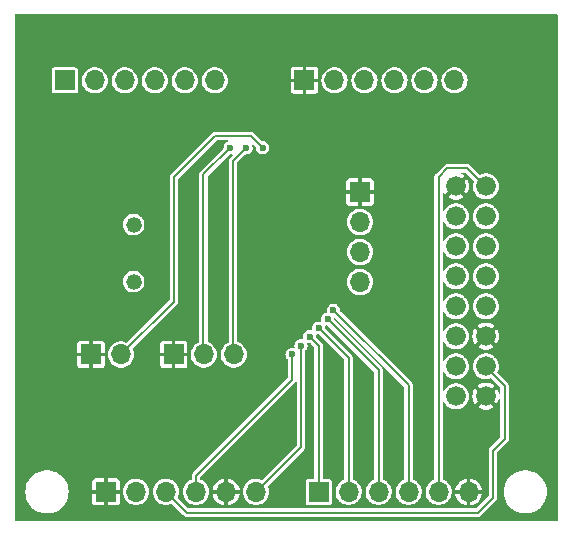
<source format=gbr>
%TF.GenerationSoftware,KiCad,Pcbnew,7.0.5*%
%TF.CreationDate,2024-11-17T18:30:54-07:00*%
%TF.ProjectId,sed1200emu,73656431-3230-4306-956d-752e6b696361,rev?*%
%TF.SameCoordinates,Original*%
%TF.FileFunction,Copper,L2,Bot*%
%TF.FilePolarity,Positive*%
%FSLAX46Y46*%
G04 Gerber Fmt 4.6, Leading zero omitted, Abs format (unit mm)*
G04 Created by KiCad (PCBNEW 7.0.5) date 2024-11-17 18:30:54*
%MOMM*%
%LPD*%
G01*
G04 APERTURE LIST*
%TA.AperFunction,ComponentPad*%
%ADD10R,1.700000X1.700000*%
%TD*%
%TA.AperFunction,ComponentPad*%
%ADD11O,1.700000X1.700000*%
%TD*%
%TA.AperFunction,ComponentPad*%
%ADD12C,1.320800*%
%TD*%
%TA.AperFunction,ComponentPad*%
%ADD13C,1.676400*%
%TD*%
%TA.AperFunction,ViaPad*%
%ADD14C,0.600000*%
%TD*%
%TA.AperFunction,Conductor*%
%ADD15C,0.200000*%
%TD*%
G04 APERTURE END LIST*
D10*
%TO.P,DIS2-1,1,Pin_1*%
%TO.N,GND*%
X133250000Y-126250000D03*
D11*
%TO.P,DIS2-1,2,Pin_2*%
%TO.N,VCC*%
X135790000Y-126250000D03*
%TO.P,DIS2-1,3,Pin_3*%
%TO.N,/LCD_CONTR*%
X138330000Y-126250000D03*
%TO.P,DIS2-1,4,Pin_4*%
%TO.N,/AIN0*%
X140870000Y-126250000D03*
%TO.P,DIS2-1,5,Pin_5*%
%TO.N,GND*%
X143410000Y-126250000D03*
%TO.P,DIS2-1,6,Pin_6*%
%TO.N,/AIN1*%
X145950000Y-126250000D03*
%TD*%
D10*
%TO.P,UART1,1,Pin_1*%
%TO.N,GND*%
X138975000Y-114620400D03*
D11*
%TO.P,UART1,2,Pin_2*%
%TO.N,/TXD*%
X141515000Y-114620400D03*
%TO.P,UART1,3,Pin_3*%
%TO.N,/RXD*%
X144055000Y-114620400D03*
%TD*%
D10*
%TO.P,SPI1,1,Pin_1*%
%TO.N,GND*%
X154750000Y-100870400D03*
D11*
%TO.P,SPI1,2,Pin_2*%
%TO.N,/LCD_D7*%
X154750000Y-103410400D03*
%TO.P,SPI1,3,Pin_3*%
%TO.N,/MISO*%
X154750000Y-105950400D03*
%TO.P,SPI1,4,Pin_4*%
%TO.N,/SCK*%
X154750000Y-108490400D03*
%TD*%
D10*
%TO.P,DIS2-2,1,Pin_1*%
%TO.N,/ICP*%
X151250000Y-126250000D03*
D11*
%TO.P,DIS2-2,2,Pin_2*%
%TO.N,/LCD_D5*%
X153790000Y-126250000D03*
%TO.P,DIS2-2,3,Pin_3*%
%TO.N,/LCD_D6*%
X156330000Y-126250000D03*
%TO.P,DIS2-2,4,Pin_4*%
%TO.N,/LCD_D7*%
X158870000Y-126250000D03*
%TO.P,DIS2-2,5,Pin_5*%
%TO.N,/LCD_A*%
X161410000Y-126250000D03*
%TO.P,DIS2-2,6,Pin_6*%
%TO.N,GND*%
X163950000Y-126250000D03*
%TD*%
D12*
%TO.P,Q1,1,1*%
%TO.N,Net-(IC1-PB7(XTAL2{slash}TOSC2))*%
X135585100Y-108457000D03*
%TO.P,Q1,2,2*%
%TO.N,Net-(IC1-PB6(XTAL1{slash}TOSC1))*%
X135585100Y-103631000D03*
%TD*%
D10*
%TO.P,RESET1,1,Pin_1*%
%TO.N,GND*%
X131975000Y-114620400D03*
D11*
%TO.P,RESET1,2,Pin_2*%
%TO.N,Net-(IC1-PC6({slash}RESET))*%
X134515000Y-114620400D03*
%TD*%
D13*
%TO.P,DIS1,1,GND*%
%TO.N,GND*%
X165407035Y-118157861D03*
%TO.P,DIS1,2,VCC*%
%TO.N,VCC*%
X162867035Y-118157861D03*
%TO.P,DIS1,3,CONTR*%
%TO.N,/LCD_CONTR*%
X165407035Y-115617861D03*
%TO.P,DIS1,4,RS*%
%TO.N,/AIN0*%
X162867035Y-115617861D03*
%TO.P,DIS1,5,R/W*%
%TO.N,GND*%
X165407035Y-113077861D03*
%TO.P,DIS1,6,E*%
%TO.N,/AIN1*%
X162867035Y-113077861D03*
%TO.P,DIS1,7,D0*%
%TO.N,unconnected-(DIS1-D0-Pad7)*%
X165407035Y-110537861D03*
%TO.P,DIS1,8,D1*%
%TO.N,unconnected-(DIS1-D1-Pad8)*%
X162867035Y-110537861D03*
%TO.P,DIS1,9,D2*%
%TO.N,unconnected-(DIS1-D2-Pad9)*%
X165407035Y-107997861D03*
%TO.P,DIS1,10,D3*%
%TO.N,unconnected-(DIS1-D3-Pad10)*%
X162867035Y-107997861D03*
%TO.P,DIS1,11,D4*%
%TO.N,/ICP*%
X165407035Y-105457861D03*
%TO.P,DIS1,12,D5*%
%TO.N,/LCD_D5*%
X162867035Y-105457861D03*
%TO.P,DIS1,13,D6*%
%TO.N,/LCD_D6*%
X165407035Y-102917861D03*
%TO.P,DIS1,14,D7*%
%TO.N,/LCD_D7*%
X162867035Y-102917861D03*
%TO.P,DIS1,15,LED_A*%
%TO.N,/LCD_A*%
X165407035Y-100377861D03*
%TO.P,DIS1,16,LED_K*%
%TO.N,GND*%
X162867035Y-100377861D03*
%TD*%
D10*
%TO.P,CN2,1,1*%
%TO.N,GND*%
X150049130Y-91417455D03*
D11*
%TO.P,CN2,2,2*%
%TO.N,unconnected-(CN2-Pad2)*%
X152589130Y-91417455D03*
%TO.P,CN2,3,3*%
%TO.N,/ADC4*%
X155129130Y-91417455D03*
%TO.P,CN2,4,4*%
%TO.N,unconnected-(CN2-Pad4)*%
X157669130Y-91417455D03*
%TO.P,CN2,5,5*%
%TO.N,/ADC2*%
X160209130Y-91417455D03*
%TO.P,CN2,6,6*%
%TO.N,/ADC3*%
X162749130Y-91417455D03*
%TD*%
D10*
%TO.P,CN1,1,1*%
%TO.N,VCC*%
X129747634Y-91417455D03*
D11*
%TO.P,CN1,2,2*%
%TO.N,unconnected-(CN1-Pad2)*%
X132287634Y-91417455D03*
%TO.P,CN1,3,3*%
%TO.N,/INT0*%
X134827634Y-91417455D03*
%TO.P,CN1,4,4*%
%TO.N,/INT1*%
X137367634Y-91417455D03*
%TO.P,CN1,5,5*%
%TO.N,/ADC0*%
X139907634Y-91417455D03*
%TO.P,CN1,6,6*%
%TO.N,/ADC1*%
X142447634Y-91417455D03*
%TD*%
D14*
%TO.N,GND*%
X128750000Y-117870400D03*
X128000000Y-87500000D03*
X168000000Y-116370400D03*
X154500000Y-116370400D03*
X165000000Y-91250000D03*
X139750000Y-108120400D03*
X130750000Y-93620400D03*
X168000000Y-105620400D03*
X129000000Y-99370400D03*
X169500000Y-87500000D03*
X145000000Y-91500000D03*
X145250000Y-101620400D03*
X169500000Y-120870400D03*
X160500000Y-100370400D03*
X147750000Y-101620400D03*
X127250000Y-123500000D03*
%TO.N,Net-(IC1-PC6({slash}RESET))*%
X146500000Y-97120400D03*
%TO.N,/RXD*%
X145104682Y-97120400D03*
%TO.N,/TXD*%
X143750000Y-97120400D03*
%TO.N,/ICP*%
X150500000Y-113120400D03*
%TO.N,/AIN0*%
X149000000Y-114620400D03*
%TO.N,/AIN1*%
X149750000Y-113870400D03*
%TO.N,/LCD_D5*%
X151250000Y-112370400D03*
%TO.N,/LCD_D6*%
X152000000Y-111620400D03*
%TO.N,/LCD_D7*%
X152500000Y-110870400D03*
%TD*%
D15*
%TO.N,Net-(IC1-PC6({slash}RESET))*%
X139000000Y-110135400D02*
X134515000Y-114620400D01*
X142500000Y-96120400D02*
X139000000Y-99620400D01*
X146500000Y-97120400D02*
X145500000Y-96120400D01*
X145500000Y-96120400D02*
X142500000Y-96120400D01*
X139000000Y-99620400D02*
X139000000Y-110135400D01*
%TO.N,/RXD*%
X144000000Y-114565400D02*
X144055000Y-114620400D01*
X144000000Y-98225082D02*
X144000000Y-114565400D01*
X145104682Y-97120400D02*
X144000000Y-98225082D01*
%TO.N,/TXD*%
X141500000Y-114605400D02*
X141515000Y-114620400D01*
X141500000Y-99370400D02*
X141500000Y-114605400D01*
X143750000Y-97120400D02*
X141500000Y-99370400D01*
%TO.N,/ICP*%
X151250000Y-113870400D02*
X151250000Y-126250000D01*
X150500000Y-113120400D02*
X151250000Y-113870400D01*
%TO.N,/AIN0*%
X149000000Y-116750000D02*
X149000000Y-114620400D01*
X140870000Y-124880000D02*
X140870000Y-126250000D01*
X149000000Y-116750000D02*
X140870000Y-124880000D01*
%TO.N,/AIN1*%
X149750000Y-122450000D02*
X145950000Y-126250000D01*
X149750000Y-113870400D02*
X149750000Y-122450000D01*
%TO.N,/LCD_CONTR*%
X140080000Y-128000000D02*
X164750000Y-128000000D01*
X167000000Y-121750000D02*
X167000000Y-117279702D01*
X166000000Y-126750000D02*
X166000000Y-122750000D01*
X166000000Y-122750000D02*
X167000000Y-121750000D01*
X167000000Y-117279702D02*
X165404137Y-115683839D01*
X164750000Y-128000000D02*
X166000000Y-126750000D01*
X138330000Y-126250000D02*
X140080000Y-128000000D01*
%TO.N,/LCD_D5*%
X151250000Y-112370400D02*
X153790000Y-114910400D01*
X153790000Y-114910400D02*
X153790000Y-126250000D01*
%TO.N,/LCD_D6*%
X156330000Y-115950400D02*
X156330000Y-126250000D01*
X152000000Y-111620400D02*
X156330000Y-115950400D01*
%TO.N,/LCD_D7*%
X152500000Y-110870400D02*
X158870000Y-117240400D01*
X158870000Y-117240400D02*
X158870000Y-126250000D01*
%TO.N,/LCD_A*%
X163830698Y-98870400D02*
X162129600Y-98870400D01*
X165404137Y-100443839D02*
X163830698Y-98870400D01*
X161410000Y-99590000D02*
X161410000Y-126250000D01*
X162129600Y-98870400D02*
X161410000Y-99590000D01*
%TD*%
%TA.AperFunction,Conductor*%
%TO.N,GND*%
G36*
X171456194Y-85793806D02*
G01*
X171474500Y-85838000D01*
X171474500Y-128662000D01*
X171456194Y-128706194D01*
X171412000Y-128724500D01*
X125588000Y-128724500D01*
X125543806Y-128706194D01*
X125525500Y-128662000D01*
X125525500Y-126250003D01*
X126416597Y-126250003D01*
X126437075Y-126523254D01*
X126437075Y-126523256D01*
X126488827Y-126750000D01*
X126498050Y-126790405D01*
X126598161Y-127045484D01*
X126735171Y-127282793D01*
X126735173Y-127282796D01*
X126735177Y-127282802D01*
X126906013Y-127497023D01*
X126906016Y-127497026D01*
X126906020Y-127497031D01*
X127106892Y-127683412D01*
X127106897Y-127683415D01*
X127106900Y-127683418D01*
X127249905Y-127780917D01*
X127333299Y-127837774D01*
X127580183Y-127956667D01*
X127664632Y-127982716D01*
X127842022Y-128037434D01*
X127842023Y-128037434D01*
X127842029Y-128037436D01*
X128112990Y-128078276D01*
X128112996Y-128078276D01*
X128387004Y-128078276D01*
X128387010Y-128078276D01*
X128657971Y-128037436D01*
X128657976Y-128037434D01*
X128657978Y-128037434D01*
X128707021Y-128022306D01*
X128919817Y-127956667D01*
X129166702Y-127837774D01*
X129393108Y-127683412D01*
X129593980Y-127497031D01*
X129764829Y-127282793D01*
X129901839Y-127045484D01*
X130001950Y-126790405D01*
X130062925Y-126523255D01*
X130083403Y-126250000D01*
X130072012Y-126098000D01*
X132096000Y-126098000D01*
X132773523Y-126098000D01*
X132750000Y-126178111D01*
X132750000Y-126321889D01*
X132773523Y-126402000D01*
X132096001Y-126402000D01*
X132096001Y-127145388D01*
X132098949Y-127170807D01*
X132098949Y-127170808D01*
X132144857Y-127274778D01*
X132225221Y-127355142D01*
X132329194Y-127401051D01*
X132354611Y-127403999D01*
X133097999Y-127403999D01*
X133098000Y-127403998D01*
X133098000Y-126730256D01*
X133107685Y-126734680D01*
X133214237Y-126750000D01*
X133285763Y-126750000D01*
X133392315Y-126734680D01*
X133401999Y-126730257D01*
X133401999Y-127403998D01*
X133402000Y-127403999D01*
X134145388Y-127403999D01*
X134170807Y-127401050D01*
X134170808Y-127401050D01*
X134274778Y-127355142D01*
X134355142Y-127274778D01*
X134401051Y-127170805D01*
X134404000Y-127145388D01*
X134404000Y-126402000D01*
X133726477Y-126402000D01*
X133750000Y-126321889D01*
X133750000Y-126250004D01*
X134680768Y-126250004D01*
X134699653Y-126453813D01*
X134699655Y-126453825D01*
X134735783Y-126580798D01*
X134755672Y-126650701D01*
X134846912Y-126833935D01*
X134846913Y-126833936D01*
X134846915Y-126833940D01*
X134970259Y-126997275D01*
X134970264Y-126997280D01*
X134970268Y-126997285D01*
X135072870Y-127090819D01*
X135121533Y-127135182D01*
X135121534Y-127135183D01*
X135121538Y-127135186D01*
X135295573Y-127242944D01*
X135486444Y-127316888D01*
X135687653Y-127354500D01*
X135687656Y-127354500D01*
X135892344Y-127354500D01*
X135892347Y-127354500D01*
X136093556Y-127316888D01*
X136284427Y-127242944D01*
X136458462Y-127135186D01*
X136609732Y-126997285D01*
X136617772Y-126986639D01*
X136691969Y-126888384D01*
X136733088Y-126833935D01*
X136824328Y-126650701D01*
X136877745Y-126462958D01*
X136880344Y-126453825D01*
X136880346Y-126453813D01*
X136899232Y-126250004D01*
X137220768Y-126250004D01*
X137239653Y-126453813D01*
X137239655Y-126453825D01*
X137275783Y-126580798D01*
X137295672Y-126650701D01*
X137386912Y-126833935D01*
X137386913Y-126833936D01*
X137386915Y-126833940D01*
X137510259Y-126997275D01*
X137510264Y-126997280D01*
X137510268Y-126997285D01*
X137612870Y-127090819D01*
X137661533Y-127135182D01*
X137661534Y-127135183D01*
X137661538Y-127135186D01*
X137835573Y-127242944D01*
X138026444Y-127316888D01*
X138227653Y-127354500D01*
X138227656Y-127354500D01*
X138432344Y-127354500D01*
X138432347Y-127354500D01*
X138633556Y-127316888D01*
X138784419Y-127258442D01*
X138832239Y-127259546D01*
X138851189Y-127272527D01*
X139798747Y-128220085D01*
X139806876Y-128230095D01*
X139815578Y-128243415D01*
X139815581Y-128243418D01*
X139843363Y-128265041D01*
X139846269Y-128267607D01*
X139850104Y-128271442D01*
X139867532Y-128283885D01*
X139868528Y-128284628D01*
X139908944Y-128316085D01*
X139908946Y-128316085D01*
X139913499Y-128318550D01*
X139913439Y-128318660D01*
X139917442Y-128320721D01*
X139917497Y-128320609D01*
X139922148Y-128322882D01*
X139922150Y-128322882D01*
X139922152Y-128322884D01*
X139971247Y-128337500D01*
X139972433Y-128337881D01*
X139981997Y-128341164D01*
X140020844Y-128354500D01*
X140020847Y-128354500D01*
X140025954Y-128355353D01*
X140025933Y-128355474D01*
X140030394Y-128356124D01*
X140030410Y-128356002D01*
X140035541Y-128356642D01*
X140035543Y-128356641D01*
X140035544Y-128356642D01*
X140042909Y-128356337D01*
X140086700Y-128354527D01*
X140087991Y-128354500D01*
X164706749Y-128354500D01*
X164719575Y-128355830D01*
X164735147Y-128359095D01*
X164735148Y-128359094D01*
X164735149Y-128359095D01*
X164750444Y-128357188D01*
X164770088Y-128354739D01*
X164773953Y-128354500D01*
X164779371Y-128354500D01*
X164779377Y-128354500D01*
X164800521Y-128350971D01*
X164801710Y-128350797D01*
X164852551Y-128344461D01*
X164852554Y-128344459D01*
X164857519Y-128342982D01*
X164857554Y-128343101D01*
X164861837Y-128341729D01*
X164861797Y-128341611D01*
X164866690Y-128339930D01*
X164866698Y-128339929D01*
X164911710Y-128315568D01*
X164912842Y-128314985D01*
X164958840Y-128292499D01*
X164958845Y-128292493D01*
X164963056Y-128289488D01*
X164963129Y-128289591D01*
X164966737Y-128286901D01*
X164966660Y-128286802D01*
X164970746Y-128283621D01*
X164970746Y-128283620D01*
X164970749Y-128283619D01*
X165005456Y-128245915D01*
X165006274Y-128245063D01*
X166220090Y-127031247D01*
X166230089Y-127023127D01*
X166243416Y-127014421D01*
X166265045Y-126986630D01*
X166267608Y-126983730D01*
X166271442Y-126979897D01*
X166283914Y-126962427D01*
X166284617Y-126961484D01*
X166316085Y-126921056D01*
X166316087Y-126921048D01*
X166318552Y-126916496D01*
X166318663Y-126916556D01*
X166320723Y-126912556D01*
X166320609Y-126912501D01*
X166322880Y-126907852D01*
X166322884Y-126907848D01*
X166337500Y-126858750D01*
X166337881Y-126857564D01*
X166354500Y-126809156D01*
X166354500Y-126809154D01*
X166355353Y-126804047D01*
X166355474Y-126804067D01*
X166356124Y-126799607D01*
X166356002Y-126799592D01*
X166356642Y-126794459D01*
X166354527Y-126743311D01*
X166354500Y-126742019D01*
X166354500Y-126250003D01*
X166916597Y-126250003D01*
X166937075Y-126523254D01*
X166937075Y-126523256D01*
X166988827Y-126750000D01*
X166998050Y-126790405D01*
X167098161Y-127045484D01*
X167235171Y-127282793D01*
X167235173Y-127282796D01*
X167235177Y-127282802D01*
X167406013Y-127497023D01*
X167406016Y-127497026D01*
X167406020Y-127497031D01*
X167606892Y-127683412D01*
X167606897Y-127683415D01*
X167606900Y-127683418D01*
X167749905Y-127780917D01*
X167833299Y-127837774D01*
X168080183Y-127956667D01*
X168164632Y-127982716D01*
X168342022Y-128037434D01*
X168342023Y-128037434D01*
X168342029Y-128037436D01*
X168612990Y-128078276D01*
X168612996Y-128078276D01*
X168887004Y-128078276D01*
X168887010Y-128078276D01*
X169157971Y-128037436D01*
X169157976Y-128037434D01*
X169157978Y-128037434D01*
X169207021Y-128022306D01*
X169419817Y-127956667D01*
X169666702Y-127837774D01*
X169893108Y-127683412D01*
X170093980Y-127497031D01*
X170264829Y-127282793D01*
X170401839Y-127045484D01*
X170501950Y-126790405D01*
X170562925Y-126523255D01*
X170583403Y-126250000D01*
X170562925Y-125976745D01*
X170501950Y-125709595D01*
X170401839Y-125454516D01*
X170264829Y-125217207D01*
X170264824Y-125217201D01*
X170264822Y-125217197D01*
X170093986Y-125002976D01*
X170093983Y-125002973D01*
X170093980Y-125002969D01*
X169893108Y-124816588D01*
X169666702Y-124662226D01*
X169666701Y-124662225D01*
X169666699Y-124662224D01*
X169524360Y-124593678D01*
X169419817Y-124543333D01*
X169419814Y-124543332D01*
X169419812Y-124543331D01*
X169419808Y-124543330D01*
X169157977Y-124462565D01*
X169157978Y-124462565D01*
X169085476Y-124451637D01*
X168887010Y-124421724D01*
X168612990Y-124421724D01*
X168342021Y-124462565D01*
X168080191Y-124543330D01*
X168080187Y-124543331D01*
X167833298Y-124662226D01*
X167606900Y-124816581D01*
X167606893Y-124816586D01*
X167606892Y-124816588D01*
X167406020Y-125002969D01*
X167406018Y-125002971D01*
X167406013Y-125002976D01*
X167235177Y-125217197D01*
X167098162Y-125454513D01*
X166998049Y-125709598D01*
X166998048Y-125709601D01*
X166937075Y-125976743D01*
X166937075Y-125976745D01*
X166916597Y-126249996D01*
X166916597Y-126250003D01*
X166354500Y-126250003D01*
X166354500Y-122922726D01*
X166372806Y-122878532D01*
X166782590Y-122468748D01*
X167220090Y-122031247D01*
X167230092Y-122023125D01*
X167243416Y-122014421D01*
X167265054Y-121986618D01*
X167267598Y-121983738D01*
X167271442Y-121979896D01*
X167283889Y-121962461D01*
X167284635Y-121961460D01*
X167316085Y-121921056D01*
X167318551Y-121916499D01*
X167318662Y-121916559D01*
X167320723Y-121912556D01*
X167320609Y-121912501D01*
X167322885Y-121907845D01*
X167324242Y-121903283D01*
X167337499Y-121858753D01*
X167337880Y-121857567D01*
X167354500Y-121809156D01*
X167355353Y-121804047D01*
X167355474Y-121804067D01*
X167356124Y-121799606D01*
X167356002Y-121799591D01*
X167356642Y-121794458D01*
X167354527Y-121743299D01*
X167354500Y-121742008D01*
X167354500Y-117322952D01*
X167355830Y-117310125D01*
X167359095Y-117294555D01*
X167359095Y-117294553D01*
X167354740Y-117259618D01*
X167354500Y-117255748D01*
X167354500Y-117250330D01*
X167354500Y-117250325D01*
X167350963Y-117229135D01*
X167350797Y-117227985D01*
X167345890Y-117188613D01*
X167344462Y-117177155D01*
X167342984Y-117172191D01*
X167343103Y-117172155D01*
X167341729Y-117167864D01*
X167341611Y-117167905D01*
X167339929Y-117163009D01*
X167339929Y-117163004D01*
X167315551Y-117117958D01*
X167314982Y-117116853D01*
X167292499Y-117070862D01*
X167289492Y-117066651D01*
X167289593Y-117066578D01*
X167286896Y-117062961D01*
X167286798Y-117063038D01*
X167283617Y-117058951D01*
X167245959Y-117024284D01*
X167245027Y-117023390D01*
X166397490Y-116175853D01*
X166379184Y-116131659D01*
X166385735Y-116103802D01*
X166430312Y-116014281D01*
X166485731Y-115819504D01*
X166485732Y-115819496D01*
X166504416Y-115617865D01*
X166504416Y-115617856D01*
X166485732Y-115416225D01*
X166485730Y-115416214D01*
X166471919Y-115367675D01*
X166430312Y-115221441D01*
X166340047Y-115040164D01*
X166218009Y-114878560D01*
X166124125Y-114792973D01*
X166068359Y-114742135D01*
X166068356Y-114742133D01*
X166068355Y-114742132D01*
X165896180Y-114635526D01*
X165896178Y-114635525D01*
X165841293Y-114614263D01*
X165707348Y-114562372D01*
X165707345Y-114562371D01*
X165707344Y-114562371D01*
X165508293Y-114525161D01*
X165508289Y-114525161D01*
X165305781Y-114525161D01*
X165305776Y-114525161D01*
X165106725Y-114562371D01*
X164917891Y-114635525D01*
X164745710Y-114742135D01*
X164596059Y-114878562D01*
X164596057Y-114878564D01*
X164474023Y-115040164D01*
X164383758Y-115221440D01*
X164328339Y-115416214D01*
X164328337Y-115416225D01*
X164309654Y-115617856D01*
X164309654Y-115617865D01*
X164328337Y-115819496D01*
X164328339Y-115819507D01*
X164369808Y-115965251D01*
X164383758Y-116014281D01*
X164474023Y-116195558D01*
X164596061Y-116357162D01*
X164697566Y-116449696D01*
X164745710Y-116493586D01*
X164745711Y-116493587D01*
X164745715Y-116493590D01*
X164917890Y-116600196D01*
X165106722Y-116673350D01*
X165305781Y-116710561D01*
X165305784Y-116710561D01*
X165508286Y-116710561D01*
X165508289Y-116710561D01*
X165707348Y-116673350D01*
X165802688Y-116636414D01*
X165850508Y-116637518D01*
X165869458Y-116650499D01*
X166627194Y-117408235D01*
X166645500Y-117452429D01*
X166645500Y-117888819D01*
X166627194Y-117933013D01*
X166583000Y-117951319D01*
X166538806Y-117933013D01*
X166522886Y-117905923D01*
X166476666Y-117743482D01*
X166382312Y-117553994D01*
X166314998Y-117464856D01*
X165852956Y-117926898D01*
X165788796Y-117827063D01*
X165680135Y-117732909D01*
X165636811Y-117713123D01*
X166103105Y-117246829D01*
X166098313Y-117242461D01*
X165918336Y-117131024D01*
X165720949Y-117054557D01*
X165512877Y-117015661D01*
X165301192Y-117015661D01*
X165093120Y-117054557D01*
X164895733Y-117131024D01*
X164715756Y-117242461D01*
X164710964Y-117246828D01*
X164710964Y-117246829D01*
X165177258Y-117713123D01*
X165133935Y-117732909D01*
X165025274Y-117827063D01*
X164961113Y-117926899D01*
X164499069Y-117464856D01*
X164431761Y-117553987D01*
X164431757Y-117553993D01*
X164337403Y-117743482D01*
X164279473Y-117947079D01*
X164279471Y-117947090D01*
X164259942Y-118157857D01*
X164259942Y-118157864D01*
X164279471Y-118368631D01*
X164279473Y-118368642D01*
X164337403Y-118572239D01*
X164431757Y-118761727D01*
X164499070Y-118850864D01*
X164961112Y-118388821D01*
X165025274Y-118488659D01*
X165133935Y-118582813D01*
X165177257Y-118602597D01*
X164710963Y-119068891D01*
X164715756Y-119073260D01*
X164895733Y-119184697D01*
X165093120Y-119261164D01*
X165301192Y-119300060D01*
X165301198Y-119300061D01*
X165512872Y-119300061D01*
X165512877Y-119300060D01*
X165720949Y-119261164D01*
X165918336Y-119184697D01*
X166098312Y-119073261D01*
X166098316Y-119073257D01*
X166103105Y-119068892D01*
X165636811Y-118602598D01*
X165680135Y-118582813D01*
X165788796Y-118488659D01*
X165852956Y-118388822D01*
X166314998Y-118850865D01*
X166314998Y-118850864D01*
X166382312Y-118761727D01*
X166476666Y-118572239D01*
X166522886Y-118409798D01*
X166552587Y-118372300D01*
X166600104Y-118366788D01*
X166637602Y-118396489D01*
X166645500Y-118426902D01*
X166645500Y-121577272D01*
X166627194Y-121621466D01*
X165779911Y-122468748D01*
X165769906Y-122476874D01*
X165756584Y-122485578D01*
X165734961Y-122513359D01*
X165732398Y-122516262D01*
X165728562Y-122520097D01*
X165728554Y-122520107D01*
X165716118Y-122537525D01*
X165715347Y-122538558D01*
X165683916Y-122578942D01*
X165681451Y-122583498D01*
X165681344Y-122583440D01*
X165679282Y-122587445D01*
X165679391Y-122587499D01*
X165677114Y-122592156D01*
X165662509Y-122641210D01*
X165662116Y-122642438D01*
X165645500Y-122690843D01*
X165644647Y-122695955D01*
X165644524Y-122695934D01*
X165643876Y-122700387D01*
X165643998Y-122700403D01*
X165643357Y-122705540D01*
X165645473Y-122756687D01*
X165645500Y-122757979D01*
X165645500Y-126577272D01*
X165627194Y-126621466D01*
X164621467Y-127627194D01*
X164577273Y-127645500D01*
X140252727Y-127645500D01*
X140208533Y-127627194D01*
X139352151Y-126770812D01*
X139333845Y-126726618D01*
X139340398Y-126698759D01*
X139364325Y-126650707D01*
X139364324Y-126650707D01*
X139364328Y-126650701D01*
X139417745Y-126462958D01*
X139420344Y-126453825D01*
X139420346Y-126453813D01*
X139439232Y-126250004D01*
X139760768Y-126250004D01*
X139779653Y-126453813D01*
X139779655Y-126453825D01*
X139815783Y-126580798D01*
X139835672Y-126650701D01*
X139926912Y-126833935D01*
X139926913Y-126833936D01*
X139926915Y-126833940D01*
X140050259Y-126997275D01*
X140050264Y-126997280D01*
X140050268Y-126997285D01*
X140152870Y-127090819D01*
X140201533Y-127135182D01*
X140201534Y-127135183D01*
X140201538Y-127135186D01*
X140375573Y-127242944D01*
X140566444Y-127316888D01*
X140767653Y-127354500D01*
X140767656Y-127354500D01*
X140972344Y-127354500D01*
X140972347Y-127354500D01*
X141173556Y-127316888D01*
X141364427Y-127242944D01*
X141538462Y-127135186D01*
X141689732Y-126997285D01*
X141697772Y-126986639D01*
X141771969Y-126888384D01*
X141813088Y-126833935D01*
X141904328Y-126650701D01*
X141957745Y-126462958D01*
X141960344Y-126453825D01*
X141960346Y-126453813D01*
X141965147Y-126402000D01*
X142265140Y-126402000D01*
X142270787Y-126462947D01*
X142270789Y-126462958D01*
X142329317Y-126668659D01*
X142424646Y-126860104D01*
X142424649Y-126860110D01*
X142553521Y-127030766D01*
X142553528Y-127030773D01*
X142711575Y-127174853D01*
X142893415Y-127287444D01*
X143092842Y-127364702D01*
X143258000Y-127395574D01*
X143258000Y-126730256D01*
X143267685Y-126734680D01*
X143374237Y-126750000D01*
X143445763Y-126750000D01*
X143552315Y-126734680D01*
X143562000Y-126730256D01*
X143562000Y-127395574D01*
X143727157Y-127364702D01*
X143926584Y-127287444D01*
X144108424Y-127174853D01*
X144266471Y-127030773D01*
X144266478Y-127030766D01*
X144395350Y-126860110D01*
X144395353Y-126860104D01*
X144490682Y-126668659D01*
X144549210Y-126462958D01*
X144549212Y-126462947D01*
X144554859Y-126402000D01*
X143886477Y-126402000D01*
X143910000Y-126321889D01*
X143910000Y-126178111D01*
X143886477Y-126098000D01*
X144554859Y-126098000D01*
X144554859Y-126097999D01*
X144549212Y-126037052D01*
X144549210Y-126037041D01*
X144490682Y-125831340D01*
X144395353Y-125639895D01*
X144395350Y-125639889D01*
X144266478Y-125469233D01*
X144266471Y-125469226D01*
X144108424Y-125325146D01*
X143926584Y-125212555D01*
X143727156Y-125135297D01*
X143562000Y-125104424D01*
X143562000Y-125769743D01*
X143552315Y-125765320D01*
X143445763Y-125750000D01*
X143374237Y-125750000D01*
X143267685Y-125765320D01*
X143258000Y-125769743D01*
X143258000Y-125104424D01*
X143092843Y-125135297D01*
X142893415Y-125212555D01*
X142711575Y-125325146D01*
X142553528Y-125469226D01*
X142553521Y-125469233D01*
X142424649Y-125639889D01*
X142424646Y-125639895D01*
X142329317Y-125831340D01*
X142270789Y-126037041D01*
X142270787Y-126037052D01*
X142265140Y-126097999D01*
X142265141Y-126098000D01*
X142933523Y-126098000D01*
X142910000Y-126178111D01*
X142910000Y-126321889D01*
X142933523Y-126402000D01*
X142265140Y-126402000D01*
X141965147Y-126402000D01*
X141979232Y-126250004D01*
X141979232Y-126249995D01*
X141960346Y-126046186D01*
X141960344Y-126046174D01*
X141924217Y-125919202D01*
X141904328Y-125849299D01*
X141813088Y-125666065D01*
X141813085Y-125666061D01*
X141813084Y-125666059D01*
X141689740Y-125502724D01*
X141689735Y-125502719D01*
X141689732Y-125502715D01*
X141594834Y-125416204D01*
X141538466Y-125364817D01*
X141538463Y-125364815D01*
X141538462Y-125364814D01*
X141364427Y-125257056D01*
X141364426Y-125257055D01*
X141364422Y-125257053D01*
X141364423Y-125257053D01*
X141264422Y-125218312D01*
X141229825Y-125185277D01*
X141224500Y-125160033D01*
X141224500Y-125052725D01*
X141242805Y-125008532D01*
X149220090Y-117031247D01*
X149230089Y-117023127D01*
X149243416Y-117014421D01*
X149265045Y-116986630D01*
X149267608Y-116983730D01*
X149271442Y-116979897D01*
X149282134Y-116964920D01*
X149322711Y-116939590D01*
X149369316Y-116950371D01*
X149394647Y-116990948D01*
X149395500Y-117001237D01*
X149395500Y-122277272D01*
X149377194Y-122321466D01*
X146471189Y-125227471D01*
X146426995Y-125245777D01*
X146404422Y-125241557D01*
X146253556Y-125183112D01*
X146253554Y-125183111D01*
X146253550Y-125183110D01*
X146052351Y-125145500D01*
X146052347Y-125145500D01*
X145847653Y-125145500D01*
X145847648Y-125145500D01*
X145646447Y-125183111D01*
X145455574Y-125257055D01*
X145281533Y-125364817D01*
X145130266Y-125502717D01*
X145130259Y-125502724D01*
X145006915Y-125666059D01*
X145006912Y-125666065D01*
X144915672Y-125849298D01*
X144859655Y-126046174D01*
X144859653Y-126046186D01*
X144840768Y-126249995D01*
X144840768Y-126250004D01*
X144859653Y-126453813D01*
X144859655Y-126453825D01*
X144895783Y-126580798D01*
X144915672Y-126650701D01*
X145006912Y-126833935D01*
X145006913Y-126833936D01*
X145006915Y-126833940D01*
X145130259Y-126997275D01*
X145130264Y-126997280D01*
X145130268Y-126997285D01*
X145232870Y-127090819D01*
X145281533Y-127135182D01*
X145281534Y-127135183D01*
X145281538Y-127135186D01*
X145455573Y-127242944D01*
X145646444Y-127316888D01*
X145847653Y-127354500D01*
X145847656Y-127354500D01*
X146052344Y-127354500D01*
X146052347Y-127354500D01*
X146253556Y-127316888D01*
X146444427Y-127242944D01*
X146618462Y-127135186D01*
X146769732Y-126997285D01*
X146777772Y-126986639D01*
X146851969Y-126888384D01*
X146893088Y-126833935D01*
X146984328Y-126650701D01*
X147037745Y-126462958D01*
X147040344Y-126453825D01*
X147040346Y-126453813D01*
X147059232Y-126250004D01*
X147059232Y-126249995D01*
X147040346Y-126046186D01*
X147040344Y-126046174D01*
X147020589Y-125976743D01*
X146984328Y-125849299D01*
X146960397Y-125801238D01*
X146957085Y-125753518D01*
X146972149Y-125729188D01*
X149970087Y-122731249D01*
X149980086Y-122723129D01*
X149993416Y-122714421D01*
X150015054Y-122686618D01*
X150017598Y-122683738D01*
X150021442Y-122679896D01*
X150033889Y-122662461D01*
X150034635Y-122661460D01*
X150066085Y-122621056D01*
X150068551Y-122616499D01*
X150068662Y-122616559D01*
X150070723Y-122612556D01*
X150070609Y-122612501D01*
X150072885Y-122607845D01*
X150074242Y-122603283D01*
X150087499Y-122558753D01*
X150087880Y-122557567D01*
X150094581Y-122538050D01*
X150104500Y-122509156D01*
X150105353Y-122504047D01*
X150105474Y-122504067D01*
X150106124Y-122499606D01*
X150106002Y-122499591D01*
X150106642Y-122494458D01*
X150104527Y-122443299D01*
X150104500Y-122442008D01*
X150104500Y-114328135D01*
X150122806Y-114283941D01*
X150128944Y-114278557D01*
X150145474Y-114265874D01*
X150234355Y-114150043D01*
X150290228Y-114015154D01*
X150293111Y-113993257D01*
X150309285Y-113870401D01*
X150309285Y-113870398D01*
X150291002Y-113731525D01*
X150303382Y-113685319D01*
X150344809Y-113661402D01*
X150361125Y-113661402D01*
X150500000Y-113679685D01*
X150520645Y-113676966D01*
X150566849Y-113689345D01*
X150572998Y-113694737D01*
X150877194Y-113998933D01*
X150895500Y-114043127D01*
X150895500Y-125083000D01*
X150877194Y-125127194D01*
X150833000Y-125145500D01*
X150374935Y-125145500D01*
X150374931Y-125145501D01*
X150300700Y-125160265D01*
X150300696Y-125160267D01*
X150216515Y-125216515D01*
X150160266Y-125300697D01*
X150160265Y-125300699D01*
X150145500Y-125374932D01*
X150145500Y-127125064D01*
X150145501Y-127125068D01*
X150160265Y-127199299D01*
X150160267Y-127199303D01*
X150216515Y-127283484D01*
X150300697Y-127339733D01*
X150300699Y-127339734D01*
X150374933Y-127354500D01*
X152125066Y-127354499D01*
X152199301Y-127339734D01*
X152283484Y-127283484D01*
X152339734Y-127199301D01*
X152354500Y-127125067D01*
X152354499Y-125374934D01*
X152339734Y-125300699D01*
X152339732Y-125300696D01*
X152283484Y-125216515D01*
X152199302Y-125160266D01*
X152199300Y-125160265D01*
X152125067Y-125145500D01*
X151667000Y-125145500D01*
X151622806Y-125127194D01*
X151604500Y-125083000D01*
X151604500Y-113913650D01*
X151605830Y-113900823D01*
X151609095Y-113885253D01*
X151609095Y-113885251D01*
X151604740Y-113850316D01*
X151604500Y-113846446D01*
X151604500Y-113841028D01*
X151604500Y-113841023D01*
X151600963Y-113819833D01*
X151600797Y-113818683D01*
X151594837Y-113770864D01*
X151594462Y-113767853D01*
X151592984Y-113762889D01*
X151593103Y-113762853D01*
X151591729Y-113758562D01*
X151591611Y-113758603D01*
X151589929Y-113753707D01*
X151589929Y-113753702D01*
X151565551Y-113708656D01*
X151564982Y-113707551D01*
X151542499Y-113661560D01*
X151539492Y-113657349D01*
X151539593Y-113657276D01*
X151536896Y-113653659D01*
X151536798Y-113653736D01*
X151533617Y-113649649D01*
X151495959Y-113614982D01*
X151495027Y-113614088D01*
X151074337Y-113193398D01*
X151056031Y-113149204D01*
X151056565Y-113141057D01*
X151059285Y-113120400D01*
X151044220Y-113005972D01*
X151041002Y-112981525D01*
X151053382Y-112935319D01*
X151094809Y-112911402D01*
X151111125Y-112911402D01*
X151250000Y-112929685D01*
X151270645Y-112926966D01*
X151316849Y-112939345D01*
X151322998Y-112944737D01*
X153417194Y-115038933D01*
X153435500Y-115083127D01*
X153435500Y-125160033D01*
X153417194Y-125204227D01*
X153395578Y-125218312D01*
X153295577Y-125257053D01*
X153121533Y-125364817D01*
X152970266Y-125502717D01*
X152970259Y-125502724D01*
X152846915Y-125666059D01*
X152846912Y-125666065D01*
X152755672Y-125849298D01*
X152699655Y-126046174D01*
X152699653Y-126046186D01*
X152680768Y-126249995D01*
X152680768Y-126250004D01*
X152699653Y-126453813D01*
X152699655Y-126453825D01*
X152735783Y-126580798D01*
X152755672Y-126650701D01*
X152846912Y-126833935D01*
X152846913Y-126833936D01*
X152846915Y-126833940D01*
X152970259Y-126997275D01*
X152970264Y-126997280D01*
X152970268Y-126997285D01*
X153072870Y-127090819D01*
X153121533Y-127135182D01*
X153121534Y-127135183D01*
X153121538Y-127135186D01*
X153295573Y-127242944D01*
X153486444Y-127316888D01*
X153687653Y-127354500D01*
X153687656Y-127354500D01*
X153892344Y-127354500D01*
X153892347Y-127354500D01*
X154093556Y-127316888D01*
X154284427Y-127242944D01*
X154458462Y-127135186D01*
X154609732Y-126997285D01*
X154617772Y-126986639D01*
X154691969Y-126888384D01*
X154733088Y-126833935D01*
X154824328Y-126650701D01*
X154877745Y-126462958D01*
X154880344Y-126453825D01*
X154880346Y-126453813D01*
X154899232Y-126250004D01*
X154899232Y-126249995D01*
X154880346Y-126046186D01*
X154880344Y-126046174D01*
X154844217Y-125919202D01*
X154824328Y-125849299D01*
X154733088Y-125666065D01*
X154733085Y-125666061D01*
X154733084Y-125666059D01*
X154609740Y-125502724D01*
X154609735Y-125502719D01*
X154609732Y-125502715D01*
X154514834Y-125416204D01*
X154458466Y-125364817D01*
X154458463Y-125364815D01*
X154458462Y-125364814D01*
X154284427Y-125257056D01*
X154284426Y-125257055D01*
X154284422Y-125257053D01*
X154284423Y-125257053D01*
X154184422Y-125218312D01*
X154149825Y-125185277D01*
X154144500Y-125160033D01*
X154144500Y-114953649D01*
X154145830Y-114940822D01*
X154149095Y-114925251D01*
X154149095Y-114925250D01*
X154144740Y-114890317D01*
X154144500Y-114886447D01*
X154144500Y-114881028D01*
X154144499Y-114881017D01*
X154144089Y-114878560D01*
X154140968Y-114859860D01*
X154140790Y-114858633D01*
X154134460Y-114807849D01*
X154134456Y-114807842D01*
X154132981Y-114802883D01*
X154133101Y-114802847D01*
X154131729Y-114798562D01*
X154131612Y-114798603D01*
X154129931Y-114793706D01*
X154105564Y-114748680D01*
X154104972Y-114747531D01*
X154102333Y-114742132D01*
X154082499Y-114701560D01*
X154082498Y-114701559D01*
X154079490Y-114697346D01*
X154079590Y-114697273D01*
X154076896Y-114693659D01*
X154076798Y-114693736D01*
X154073617Y-114689649D01*
X154035959Y-114654982D01*
X154035027Y-114654088D01*
X151824337Y-112443398D01*
X151806031Y-112399204D01*
X151806565Y-112391057D01*
X151809285Y-112370400D01*
X151805093Y-112338562D01*
X151791002Y-112231525D01*
X151803382Y-112185319D01*
X151844809Y-112161402D01*
X151861125Y-112161402D01*
X152000000Y-112179685D01*
X152020645Y-112176966D01*
X152066849Y-112189345D01*
X152072998Y-112194737D01*
X155957194Y-116078932D01*
X155975500Y-116123126D01*
X155975500Y-125160033D01*
X155957194Y-125204227D01*
X155935578Y-125218312D01*
X155835577Y-125257053D01*
X155661533Y-125364817D01*
X155510266Y-125502717D01*
X155510259Y-125502724D01*
X155386915Y-125666059D01*
X155386912Y-125666065D01*
X155295672Y-125849298D01*
X155239655Y-126046174D01*
X155239653Y-126046186D01*
X155220768Y-126249995D01*
X155220768Y-126250004D01*
X155239653Y-126453813D01*
X155239655Y-126453825D01*
X155275783Y-126580798D01*
X155295672Y-126650701D01*
X155386912Y-126833935D01*
X155386913Y-126833936D01*
X155386915Y-126833940D01*
X155510259Y-126997275D01*
X155510264Y-126997280D01*
X155510268Y-126997285D01*
X155612870Y-127090819D01*
X155661533Y-127135182D01*
X155661534Y-127135183D01*
X155661538Y-127135186D01*
X155835573Y-127242944D01*
X156026444Y-127316888D01*
X156227653Y-127354500D01*
X156227656Y-127354500D01*
X156432344Y-127354500D01*
X156432347Y-127354500D01*
X156633556Y-127316888D01*
X156824427Y-127242944D01*
X156998462Y-127135186D01*
X157149732Y-126997285D01*
X157157772Y-126986639D01*
X157231969Y-126888384D01*
X157273088Y-126833935D01*
X157364328Y-126650701D01*
X157417745Y-126462958D01*
X157420344Y-126453825D01*
X157420346Y-126453813D01*
X157439232Y-126250004D01*
X157439232Y-126249995D01*
X157420346Y-126046186D01*
X157420344Y-126046174D01*
X157384217Y-125919202D01*
X157364328Y-125849299D01*
X157273088Y-125666065D01*
X157273085Y-125666061D01*
X157273084Y-125666059D01*
X157149740Y-125502724D01*
X157149735Y-125502719D01*
X157149732Y-125502715D01*
X157054834Y-125416204D01*
X156998466Y-125364817D01*
X156998463Y-125364815D01*
X156998462Y-125364814D01*
X156824427Y-125257056D01*
X156824426Y-125257055D01*
X156824422Y-125257053D01*
X156824423Y-125257053D01*
X156724422Y-125218312D01*
X156689825Y-125185277D01*
X156684500Y-125160033D01*
X156684500Y-115993650D01*
X156685830Y-115980823D01*
X156689095Y-115965253D01*
X156689095Y-115965251D01*
X156684740Y-115930316D01*
X156684500Y-115926446D01*
X156684500Y-115921028D01*
X156684500Y-115921023D01*
X156680963Y-115899833D01*
X156680797Y-115898683D01*
X156676804Y-115866650D01*
X156674462Y-115847853D01*
X156672984Y-115842889D01*
X156673103Y-115842853D01*
X156671729Y-115838562D01*
X156671611Y-115838603D01*
X156669929Y-115833707D01*
X156669929Y-115833702D01*
X156645551Y-115788656D01*
X156644982Y-115787551D01*
X156622499Y-115741560D01*
X156619492Y-115737349D01*
X156619593Y-115737276D01*
X156616896Y-115733659D01*
X156616798Y-115733736D01*
X156613617Y-115729649D01*
X156575959Y-115694982D01*
X156575027Y-115694088D01*
X152574337Y-111693398D01*
X152556031Y-111649204D01*
X152556565Y-111641057D01*
X152559285Y-111620400D01*
X152554605Y-111584854D01*
X152566985Y-111538650D01*
X152608411Y-111514732D01*
X152654617Y-111527112D01*
X152660764Y-111532503D01*
X158497194Y-117368932D01*
X158515500Y-117413126D01*
X158515500Y-125160033D01*
X158497194Y-125204227D01*
X158475578Y-125218312D01*
X158375577Y-125257053D01*
X158201533Y-125364817D01*
X158050266Y-125502717D01*
X158050259Y-125502724D01*
X157926915Y-125666059D01*
X157926912Y-125666065D01*
X157835672Y-125849298D01*
X157779655Y-126046174D01*
X157779653Y-126046186D01*
X157760768Y-126249995D01*
X157760768Y-126250004D01*
X157779653Y-126453813D01*
X157779655Y-126453825D01*
X157815783Y-126580798D01*
X157835672Y-126650701D01*
X157926912Y-126833935D01*
X157926913Y-126833936D01*
X157926915Y-126833940D01*
X158050259Y-126997275D01*
X158050264Y-126997280D01*
X158050268Y-126997285D01*
X158152870Y-127090819D01*
X158201533Y-127135182D01*
X158201534Y-127135183D01*
X158201538Y-127135186D01*
X158375573Y-127242944D01*
X158566444Y-127316888D01*
X158767653Y-127354500D01*
X158767656Y-127354500D01*
X158972344Y-127354500D01*
X158972347Y-127354500D01*
X159173556Y-127316888D01*
X159364427Y-127242944D01*
X159538462Y-127135186D01*
X159689732Y-126997285D01*
X159697772Y-126986639D01*
X159771969Y-126888384D01*
X159813088Y-126833935D01*
X159904328Y-126650701D01*
X159957745Y-126462958D01*
X159960344Y-126453825D01*
X159960346Y-126453813D01*
X159979232Y-126250004D01*
X160300768Y-126250004D01*
X160319653Y-126453813D01*
X160319655Y-126453825D01*
X160355783Y-126580798D01*
X160375672Y-126650701D01*
X160466912Y-126833935D01*
X160466913Y-126833936D01*
X160466915Y-126833940D01*
X160590259Y-126997275D01*
X160590264Y-126997280D01*
X160590268Y-126997285D01*
X160692870Y-127090819D01*
X160741533Y-127135182D01*
X160741534Y-127135183D01*
X160741538Y-127135186D01*
X160915573Y-127242944D01*
X161106444Y-127316888D01*
X161307653Y-127354500D01*
X161307656Y-127354500D01*
X161512344Y-127354500D01*
X161512347Y-127354500D01*
X161713556Y-127316888D01*
X161904427Y-127242944D01*
X162078462Y-127135186D01*
X162229732Y-126997285D01*
X162237772Y-126986639D01*
X162311969Y-126888384D01*
X162353088Y-126833935D01*
X162444328Y-126650701D01*
X162497745Y-126462958D01*
X162500344Y-126453825D01*
X162500346Y-126453813D01*
X162505147Y-126402000D01*
X162805140Y-126402000D01*
X162810787Y-126462947D01*
X162810789Y-126462958D01*
X162869317Y-126668659D01*
X162964646Y-126860104D01*
X162964649Y-126860110D01*
X163093521Y-127030766D01*
X163093528Y-127030773D01*
X163251575Y-127174853D01*
X163433415Y-127287444D01*
X163632842Y-127364702D01*
X163798000Y-127395574D01*
X163798000Y-126730256D01*
X163807685Y-126734680D01*
X163914237Y-126750000D01*
X163985763Y-126750000D01*
X164092315Y-126734680D01*
X164102000Y-126730256D01*
X164102000Y-127395574D01*
X164267157Y-127364702D01*
X164466584Y-127287444D01*
X164648424Y-127174853D01*
X164806471Y-127030773D01*
X164806478Y-127030766D01*
X164935350Y-126860110D01*
X164935353Y-126860104D01*
X165030682Y-126668659D01*
X165089210Y-126462958D01*
X165089212Y-126462947D01*
X165094859Y-126402000D01*
X164426477Y-126402000D01*
X164450000Y-126321889D01*
X164450000Y-126178111D01*
X164426477Y-126098000D01*
X165094859Y-126098000D01*
X165094859Y-126097999D01*
X165089212Y-126037052D01*
X165089210Y-126037041D01*
X165030682Y-125831340D01*
X164935353Y-125639895D01*
X164935350Y-125639889D01*
X164806478Y-125469233D01*
X164806471Y-125469226D01*
X164648424Y-125325146D01*
X164466584Y-125212555D01*
X164267156Y-125135297D01*
X164102000Y-125104424D01*
X164102000Y-125769743D01*
X164092315Y-125765320D01*
X163985763Y-125750000D01*
X163914237Y-125750000D01*
X163807685Y-125765320D01*
X163798000Y-125769743D01*
X163798000Y-125104424D01*
X163632843Y-125135297D01*
X163433415Y-125212555D01*
X163251575Y-125325146D01*
X163093528Y-125469226D01*
X163093521Y-125469233D01*
X162964649Y-125639889D01*
X162964646Y-125639895D01*
X162869317Y-125831340D01*
X162810789Y-126037041D01*
X162810787Y-126037052D01*
X162805140Y-126097999D01*
X162805141Y-126098000D01*
X163473523Y-126098000D01*
X163450000Y-126178111D01*
X163450000Y-126321889D01*
X163473523Y-126402000D01*
X162805140Y-126402000D01*
X162505147Y-126402000D01*
X162519232Y-126250004D01*
X162519232Y-126249995D01*
X162500346Y-126046186D01*
X162500344Y-126046174D01*
X162464217Y-125919202D01*
X162444328Y-125849299D01*
X162353088Y-125666065D01*
X162353085Y-125666061D01*
X162353084Y-125666059D01*
X162229740Y-125502724D01*
X162229735Y-125502719D01*
X162229732Y-125502715D01*
X162134834Y-125416204D01*
X162078466Y-125364817D01*
X162078463Y-125364815D01*
X162078462Y-125364814D01*
X161904427Y-125257056D01*
X161904426Y-125257055D01*
X161904422Y-125257053D01*
X161904423Y-125257053D01*
X161804422Y-125218312D01*
X161769825Y-125185277D01*
X161764500Y-125160033D01*
X161764500Y-118660843D01*
X161782806Y-118616649D01*
X161827000Y-118598343D01*
X161871194Y-118616649D01*
X161882948Y-118632985D01*
X161934020Y-118735553D01*
X161934021Y-118735555D01*
X161934023Y-118735558D01*
X162056061Y-118897162D01*
X162157566Y-118989696D01*
X162205710Y-119033586D01*
X162205711Y-119033587D01*
X162205715Y-119033590D01*
X162377890Y-119140196D01*
X162566722Y-119213350D01*
X162765781Y-119250561D01*
X162765784Y-119250561D01*
X162968286Y-119250561D01*
X162968289Y-119250561D01*
X163167348Y-119213350D01*
X163356180Y-119140196D01*
X163528355Y-119033590D01*
X163678009Y-118897162D01*
X163800047Y-118735558D01*
X163890312Y-118554281D01*
X163945731Y-118359504D01*
X163945732Y-118359496D01*
X163964416Y-118157865D01*
X163964416Y-118157856D01*
X163945732Y-117956225D01*
X163945730Y-117956214D01*
X163908983Y-117827063D01*
X163890312Y-117761441D01*
X163800047Y-117580164D01*
X163678009Y-117418560D01*
X163559062Y-117310125D01*
X163528359Y-117282135D01*
X163528356Y-117282133D01*
X163528355Y-117282132D01*
X163356180Y-117175526D01*
X163356178Y-117175525D01*
X163258927Y-117137850D01*
X163167348Y-117102372D01*
X163167345Y-117102371D01*
X163167344Y-117102371D01*
X162968293Y-117065161D01*
X162968289Y-117065161D01*
X162765781Y-117065161D01*
X162765776Y-117065161D01*
X162566725Y-117102371D01*
X162566722Y-117102371D01*
X162566722Y-117102372D01*
X162527879Y-117117420D01*
X162377891Y-117175525D01*
X162205710Y-117282135D01*
X162056059Y-117418562D01*
X162056057Y-117418564D01*
X161934023Y-117580164D01*
X161882948Y-117682737D01*
X161846862Y-117714138D01*
X161799141Y-117710826D01*
X161767740Y-117674740D01*
X161764500Y-117654878D01*
X161764500Y-116120843D01*
X161782806Y-116076649D01*
X161827000Y-116058343D01*
X161871194Y-116076649D01*
X161882948Y-116092985D01*
X161934020Y-116195553D01*
X161934021Y-116195555D01*
X161934023Y-116195558D01*
X162056061Y-116357162D01*
X162157566Y-116449696D01*
X162205710Y-116493586D01*
X162205711Y-116493587D01*
X162205715Y-116493590D01*
X162377890Y-116600196D01*
X162566722Y-116673350D01*
X162765781Y-116710561D01*
X162765784Y-116710561D01*
X162968286Y-116710561D01*
X162968289Y-116710561D01*
X163167348Y-116673350D01*
X163356180Y-116600196D01*
X163528355Y-116493590D01*
X163678009Y-116357162D01*
X163800047Y-116195558D01*
X163890312Y-116014281D01*
X163945731Y-115819504D01*
X163945732Y-115819496D01*
X163964416Y-115617865D01*
X163964416Y-115617856D01*
X163945732Y-115416225D01*
X163945730Y-115416214D01*
X163931919Y-115367675D01*
X163890312Y-115221441D01*
X163800047Y-115040164D01*
X163678009Y-114878560D01*
X163584125Y-114792973D01*
X163528359Y-114742135D01*
X163528356Y-114742133D01*
X163528355Y-114742132D01*
X163356180Y-114635526D01*
X163356178Y-114635525D01*
X163301293Y-114614263D01*
X163167348Y-114562372D01*
X163167345Y-114562371D01*
X163167344Y-114562371D01*
X162968293Y-114525161D01*
X162968289Y-114525161D01*
X162765781Y-114525161D01*
X162765776Y-114525161D01*
X162566725Y-114562371D01*
X162377891Y-114635525D01*
X162205710Y-114742135D01*
X162056059Y-114878562D01*
X162056057Y-114878564D01*
X161934023Y-115040164D01*
X161882948Y-115142737D01*
X161846862Y-115174138D01*
X161799141Y-115170826D01*
X161767740Y-115134740D01*
X161764500Y-115114878D01*
X161764500Y-113580843D01*
X161782806Y-113536649D01*
X161827000Y-113518343D01*
X161871194Y-113536649D01*
X161882948Y-113552985D01*
X161934020Y-113655553D01*
X161934021Y-113655555D01*
X161934023Y-113655558D01*
X162056061Y-113817162D01*
X162130751Y-113885251D01*
X162205710Y-113953586D01*
X162205711Y-113953587D01*
X162205715Y-113953590D01*
X162377890Y-114060196D01*
X162566722Y-114133350D01*
X162765781Y-114170561D01*
X162765784Y-114170561D01*
X162968286Y-114170561D01*
X162968289Y-114170561D01*
X163167348Y-114133350D01*
X163356180Y-114060196D01*
X163528355Y-113953590D01*
X163678009Y-113817162D01*
X163800047Y-113655558D01*
X163890312Y-113474281D01*
X163945731Y-113279504D01*
X163953710Y-113193398D01*
X163964416Y-113077865D01*
X163964416Y-113077864D01*
X164259942Y-113077864D01*
X164279471Y-113288631D01*
X164279473Y-113288642D01*
X164337403Y-113492239D01*
X164431757Y-113681727D01*
X164499070Y-113770864D01*
X164961112Y-113308821D01*
X165025274Y-113408659D01*
X165133935Y-113502813D01*
X165177257Y-113522597D01*
X164710963Y-113988891D01*
X164715756Y-113993260D01*
X164895733Y-114104697D01*
X165093120Y-114181164D01*
X165301192Y-114220060D01*
X165301198Y-114220061D01*
X165512872Y-114220061D01*
X165512877Y-114220060D01*
X165720949Y-114181164D01*
X165918336Y-114104697D01*
X166098312Y-113993261D01*
X166098316Y-113993257D01*
X166103105Y-113988892D01*
X165636811Y-113522598D01*
X165680135Y-113502813D01*
X165788796Y-113408659D01*
X165852956Y-113308822D01*
X166314998Y-113770865D01*
X166314998Y-113770864D01*
X166382312Y-113681727D01*
X166476666Y-113492239D01*
X166534596Y-113288642D01*
X166534598Y-113288631D01*
X166554128Y-113077864D01*
X166554128Y-113077857D01*
X166534598Y-112867090D01*
X166534596Y-112867079D01*
X166476666Y-112663482D01*
X166382312Y-112473994D01*
X166314998Y-112384856D01*
X165852956Y-112846898D01*
X165788796Y-112747063D01*
X165680135Y-112652909D01*
X165636811Y-112633123D01*
X166103105Y-112166829D01*
X166098313Y-112162461D01*
X165918336Y-112051024D01*
X165720949Y-111974557D01*
X165512877Y-111935661D01*
X165301192Y-111935661D01*
X165093120Y-111974557D01*
X164895733Y-112051024D01*
X164715756Y-112162461D01*
X164710964Y-112166828D01*
X164710964Y-112166829D01*
X165177258Y-112633123D01*
X165133935Y-112652909D01*
X165025274Y-112747063D01*
X164961113Y-112846899D01*
X164499069Y-112384856D01*
X164431761Y-112473987D01*
X164431757Y-112473993D01*
X164337403Y-112663482D01*
X164279473Y-112867079D01*
X164279471Y-112867090D01*
X164259942Y-113077857D01*
X164259942Y-113077864D01*
X163964416Y-113077864D01*
X163964416Y-113077856D01*
X163945732Y-112876225D01*
X163945730Y-112876214D01*
X163908983Y-112747063D01*
X163890312Y-112681441D01*
X163800047Y-112500164D01*
X163678009Y-112338560D01*
X163560598Y-112231525D01*
X163528359Y-112202135D01*
X163528356Y-112202133D01*
X163528355Y-112202132D01*
X163356180Y-112095526D01*
X163356178Y-112095525D01*
X163241307Y-112051024D01*
X163167348Y-112022372D01*
X163167345Y-112022371D01*
X163167344Y-112022371D01*
X162968293Y-111985161D01*
X162968289Y-111985161D01*
X162765781Y-111985161D01*
X162765776Y-111985161D01*
X162566725Y-112022371D01*
X162377891Y-112095525D01*
X162205710Y-112202135D01*
X162056059Y-112338562D01*
X162056057Y-112338564D01*
X161934023Y-112500164D01*
X161882948Y-112602737D01*
X161846862Y-112634138D01*
X161799141Y-112630826D01*
X161767740Y-112594740D01*
X161764500Y-112574878D01*
X161764500Y-111040843D01*
X161782806Y-110996649D01*
X161827000Y-110978343D01*
X161871194Y-110996649D01*
X161882948Y-111012985D01*
X161934020Y-111115553D01*
X161934021Y-111115555D01*
X161934023Y-111115558D01*
X162056061Y-111277162D01*
X162125825Y-111340760D01*
X162205710Y-111413586D01*
X162205711Y-111413587D01*
X162205715Y-111413590D01*
X162377890Y-111520196D01*
X162566722Y-111593350D01*
X162765781Y-111630561D01*
X162765784Y-111630561D01*
X162968286Y-111630561D01*
X162968289Y-111630561D01*
X163167348Y-111593350D01*
X163356180Y-111520196D01*
X163528355Y-111413590D01*
X163678009Y-111277162D01*
X163800047Y-111115558D01*
X163890312Y-110934281D01*
X163945731Y-110739504D01*
X163959514Y-110590762D01*
X163964416Y-110537865D01*
X164309654Y-110537865D01*
X164328337Y-110739496D01*
X164328339Y-110739507D01*
X164365582Y-110870400D01*
X164383758Y-110934281D01*
X164474023Y-111115558D01*
X164596061Y-111277162D01*
X164665825Y-111340760D01*
X164745710Y-111413586D01*
X164745711Y-111413587D01*
X164745715Y-111413590D01*
X164917890Y-111520196D01*
X165106722Y-111593350D01*
X165305781Y-111630561D01*
X165305784Y-111630561D01*
X165508286Y-111630561D01*
X165508289Y-111630561D01*
X165707348Y-111593350D01*
X165896180Y-111520196D01*
X166068355Y-111413590D01*
X166218009Y-111277162D01*
X166340047Y-111115558D01*
X166430312Y-110934281D01*
X166485731Y-110739504D01*
X166499514Y-110590762D01*
X166504416Y-110537865D01*
X166504416Y-110537856D01*
X166485732Y-110336225D01*
X166485730Y-110336214D01*
X166459548Y-110244196D01*
X166430312Y-110141441D01*
X166340047Y-109960164D01*
X166218009Y-109798560D01*
X166124125Y-109712973D01*
X166068359Y-109662135D01*
X166068356Y-109662133D01*
X166068355Y-109662132D01*
X165896180Y-109555526D01*
X165896178Y-109555525D01*
X165841293Y-109534263D01*
X165707348Y-109482372D01*
X165707345Y-109482371D01*
X165707344Y-109482371D01*
X165508293Y-109445161D01*
X165508289Y-109445161D01*
X165305781Y-109445161D01*
X165305776Y-109445161D01*
X165106725Y-109482371D01*
X164917891Y-109555525D01*
X164745710Y-109662135D01*
X164596059Y-109798562D01*
X164596057Y-109798564D01*
X164474023Y-109960164D01*
X164383758Y-110141440D01*
X164328339Y-110336214D01*
X164328337Y-110336225D01*
X164309654Y-110537856D01*
X164309654Y-110537865D01*
X163964416Y-110537865D01*
X163964416Y-110537856D01*
X163945732Y-110336225D01*
X163945730Y-110336214D01*
X163919548Y-110244196D01*
X163890312Y-110141441D01*
X163800047Y-109960164D01*
X163678009Y-109798560D01*
X163584125Y-109712973D01*
X163528359Y-109662135D01*
X163528356Y-109662133D01*
X163528355Y-109662132D01*
X163356180Y-109555526D01*
X163356178Y-109555525D01*
X163301293Y-109534263D01*
X163167348Y-109482372D01*
X163167345Y-109482371D01*
X163167344Y-109482371D01*
X162968293Y-109445161D01*
X162968289Y-109445161D01*
X162765781Y-109445161D01*
X162765776Y-109445161D01*
X162566725Y-109482371D01*
X162377891Y-109555525D01*
X162205710Y-109662135D01*
X162056059Y-109798562D01*
X162056057Y-109798564D01*
X161934023Y-109960164D01*
X161882948Y-110062737D01*
X161846862Y-110094138D01*
X161799141Y-110090826D01*
X161767740Y-110054740D01*
X161764500Y-110034878D01*
X161764500Y-108500843D01*
X161782806Y-108456649D01*
X161827000Y-108438343D01*
X161871194Y-108456649D01*
X161882947Y-108472984D01*
X161891621Y-108490404D01*
X161934020Y-108575553D01*
X161934021Y-108575555D01*
X161934023Y-108575558D01*
X162056061Y-108737162D01*
X162157566Y-108829696D01*
X162205710Y-108873586D01*
X162205711Y-108873587D01*
X162205715Y-108873590D01*
X162377890Y-108980196D01*
X162566722Y-109053350D01*
X162765781Y-109090561D01*
X162765784Y-109090561D01*
X162968286Y-109090561D01*
X162968289Y-109090561D01*
X163167348Y-109053350D01*
X163356180Y-108980196D01*
X163528355Y-108873590D01*
X163678009Y-108737162D01*
X163800047Y-108575558D01*
X163890312Y-108394281D01*
X163945731Y-108199504D01*
X163955906Y-108089698D01*
X163964416Y-107997865D01*
X164309654Y-107997865D01*
X164328337Y-108199496D01*
X164328339Y-108199507D01*
X164353114Y-108286579D01*
X164383758Y-108394281D01*
X164474023Y-108575558D01*
X164596061Y-108737162D01*
X164697566Y-108829696D01*
X164745710Y-108873586D01*
X164745711Y-108873587D01*
X164745715Y-108873590D01*
X164917890Y-108980196D01*
X165106722Y-109053350D01*
X165305781Y-109090561D01*
X165305784Y-109090561D01*
X165508286Y-109090561D01*
X165508289Y-109090561D01*
X165707348Y-109053350D01*
X165896180Y-108980196D01*
X166068355Y-108873590D01*
X166218009Y-108737162D01*
X166340047Y-108575558D01*
X166430312Y-108394281D01*
X166485731Y-108199504D01*
X166495906Y-108089698D01*
X166504416Y-107997865D01*
X166504416Y-107997856D01*
X166485732Y-107796225D01*
X166485730Y-107796214D01*
X166431386Y-107605217D01*
X166430312Y-107601441D01*
X166340047Y-107420164D01*
X166218009Y-107258560D01*
X166124125Y-107172973D01*
X166068359Y-107122135D01*
X166068356Y-107122133D01*
X166068355Y-107122132D01*
X165896180Y-107015526D01*
X165896178Y-107015525D01*
X165841293Y-106994263D01*
X165707348Y-106942372D01*
X165707345Y-106942371D01*
X165707344Y-106942371D01*
X165508293Y-106905161D01*
X165508289Y-106905161D01*
X165305781Y-106905161D01*
X165305776Y-106905161D01*
X165106725Y-106942371D01*
X164917891Y-107015525D01*
X164745710Y-107122135D01*
X164596059Y-107258562D01*
X164596057Y-107258564D01*
X164474023Y-107420164D01*
X164383758Y-107601440D01*
X164328339Y-107796214D01*
X164328337Y-107796225D01*
X164309654Y-107997856D01*
X164309654Y-107997865D01*
X163964416Y-107997865D01*
X163964416Y-107997856D01*
X163945732Y-107796225D01*
X163945730Y-107796214D01*
X163891386Y-107605217D01*
X163890312Y-107601441D01*
X163800047Y-107420164D01*
X163678009Y-107258560D01*
X163584125Y-107172973D01*
X163528359Y-107122135D01*
X163528356Y-107122133D01*
X163528355Y-107122132D01*
X163356180Y-107015526D01*
X163356178Y-107015525D01*
X163301293Y-106994263D01*
X163167348Y-106942372D01*
X163167345Y-106942371D01*
X163167344Y-106942371D01*
X162968293Y-106905161D01*
X162968289Y-106905161D01*
X162765781Y-106905161D01*
X162765776Y-106905161D01*
X162566725Y-106942371D01*
X162377891Y-107015525D01*
X162205710Y-107122135D01*
X162056059Y-107258562D01*
X162056057Y-107258564D01*
X161934023Y-107420164D01*
X161882948Y-107522737D01*
X161846862Y-107554138D01*
X161799141Y-107550826D01*
X161767740Y-107514740D01*
X161764500Y-107494878D01*
X161764500Y-105960843D01*
X161782806Y-105916649D01*
X161827000Y-105898343D01*
X161871194Y-105916649D01*
X161882947Y-105932984D01*
X161891621Y-105950404D01*
X161934020Y-106035553D01*
X161934021Y-106035555D01*
X161934023Y-106035558D01*
X162056061Y-106197162D01*
X162157566Y-106289696D01*
X162205710Y-106333586D01*
X162205711Y-106333587D01*
X162205715Y-106333590D01*
X162377890Y-106440196D01*
X162566722Y-106513350D01*
X162765781Y-106550561D01*
X162765784Y-106550561D01*
X162968286Y-106550561D01*
X162968289Y-106550561D01*
X163167348Y-106513350D01*
X163356180Y-106440196D01*
X163528355Y-106333590D01*
X163678009Y-106197162D01*
X163800047Y-106035558D01*
X163890312Y-105854281D01*
X163945731Y-105659504D01*
X163964416Y-105457865D01*
X164309654Y-105457865D01*
X164328337Y-105659496D01*
X164328339Y-105659507D01*
X164353114Y-105746579D01*
X164383758Y-105854281D01*
X164474023Y-106035558D01*
X164596061Y-106197162D01*
X164697566Y-106289696D01*
X164745710Y-106333586D01*
X164745711Y-106333587D01*
X164745715Y-106333590D01*
X164917890Y-106440196D01*
X165106722Y-106513350D01*
X165305781Y-106550561D01*
X165305784Y-106550561D01*
X165508286Y-106550561D01*
X165508289Y-106550561D01*
X165707348Y-106513350D01*
X165896180Y-106440196D01*
X166068355Y-106333590D01*
X166218009Y-106197162D01*
X166340047Y-106035558D01*
X166430312Y-105854281D01*
X166485731Y-105659504D01*
X166504416Y-105457861D01*
X166495946Y-105366459D01*
X166485732Y-105256225D01*
X166485730Y-105256214D01*
X166431386Y-105065217D01*
X166430312Y-105061441D01*
X166340047Y-104880164D01*
X166218009Y-104718560D01*
X166124125Y-104632973D01*
X166068359Y-104582135D01*
X166068356Y-104582133D01*
X166068355Y-104582132D01*
X165896180Y-104475526D01*
X165896178Y-104475525D01*
X165841293Y-104454262D01*
X165707348Y-104402372D01*
X165707345Y-104402371D01*
X165707344Y-104402371D01*
X165508293Y-104365161D01*
X165508289Y-104365161D01*
X165305781Y-104365161D01*
X165305776Y-104365161D01*
X165106725Y-104402371D01*
X164917891Y-104475525D01*
X164745710Y-104582135D01*
X164596059Y-104718562D01*
X164596057Y-104718564D01*
X164474023Y-104880164D01*
X164383758Y-105061440D01*
X164328339Y-105256214D01*
X164328337Y-105256225D01*
X164309654Y-105457856D01*
X164309654Y-105457865D01*
X163964416Y-105457865D01*
X163964416Y-105457861D01*
X163955946Y-105366459D01*
X163945732Y-105256225D01*
X163945730Y-105256214D01*
X163891386Y-105065217D01*
X163890312Y-105061441D01*
X163800047Y-104880164D01*
X163678009Y-104718560D01*
X163584125Y-104632973D01*
X163528359Y-104582135D01*
X163528356Y-104582133D01*
X163528355Y-104582132D01*
X163356180Y-104475526D01*
X163356178Y-104475525D01*
X163301293Y-104454262D01*
X163167348Y-104402372D01*
X163167345Y-104402371D01*
X163167344Y-104402371D01*
X162968293Y-104365161D01*
X162968289Y-104365161D01*
X162765781Y-104365161D01*
X162765776Y-104365161D01*
X162566725Y-104402371D01*
X162377891Y-104475525D01*
X162205710Y-104582135D01*
X162056059Y-104718562D01*
X162056057Y-104718564D01*
X161934023Y-104880164D01*
X161882948Y-104982737D01*
X161846862Y-105014138D01*
X161799141Y-105010826D01*
X161767740Y-104974740D01*
X161764500Y-104954878D01*
X161764500Y-103420843D01*
X161782806Y-103376649D01*
X161827000Y-103358343D01*
X161871194Y-103376649D01*
X161882947Y-103392984D01*
X161891621Y-103410404D01*
X161934020Y-103495553D01*
X161934021Y-103495555D01*
X161934023Y-103495558D01*
X162056061Y-103657162D01*
X162157566Y-103749696D01*
X162205710Y-103793586D01*
X162205711Y-103793587D01*
X162205715Y-103793590D01*
X162377890Y-103900196D01*
X162566722Y-103973350D01*
X162765781Y-104010561D01*
X162765784Y-104010561D01*
X162968286Y-104010561D01*
X162968289Y-104010561D01*
X163167348Y-103973350D01*
X163356180Y-103900196D01*
X163528355Y-103793590D01*
X163678009Y-103657162D01*
X163800047Y-103495558D01*
X163890312Y-103314281D01*
X163945731Y-103119504D01*
X163961683Y-102947355D01*
X163964416Y-102917865D01*
X164309654Y-102917865D01*
X164328337Y-103119496D01*
X164328339Y-103119507D01*
X164353114Y-103206579D01*
X164383758Y-103314281D01*
X164474023Y-103495558D01*
X164596061Y-103657162D01*
X164697566Y-103749696D01*
X164745710Y-103793586D01*
X164745711Y-103793587D01*
X164745715Y-103793590D01*
X164917890Y-103900196D01*
X165106722Y-103973350D01*
X165305781Y-104010561D01*
X165305784Y-104010561D01*
X165508286Y-104010561D01*
X165508289Y-104010561D01*
X165707348Y-103973350D01*
X165896180Y-103900196D01*
X166068355Y-103793590D01*
X166218009Y-103657162D01*
X166340047Y-103495558D01*
X166430312Y-103314281D01*
X166485731Y-103119504D01*
X166501683Y-102947355D01*
X166504416Y-102917865D01*
X166504416Y-102917856D01*
X166485732Y-102716225D01*
X166485730Y-102716214D01*
X166431386Y-102525217D01*
X166430312Y-102521441D01*
X166340047Y-102340164D01*
X166218009Y-102178560D01*
X166124125Y-102092973D01*
X166068359Y-102042135D01*
X166068356Y-102042133D01*
X166068355Y-102042132D01*
X165896180Y-101935526D01*
X165896178Y-101935525D01*
X165841293Y-101914262D01*
X165707348Y-101862372D01*
X165707345Y-101862371D01*
X165707344Y-101862371D01*
X165508293Y-101825161D01*
X165508289Y-101825161D01*
X165305781Y-101825161D01*
X165305776Y-101825161D01*
X165106725Y-101862371D01*
X164917891Y-101935525D01*
X164745710Y-102042135D01*
X164596059Y-102178562D01*
X164596057Y-102178564D01*
X164474023Y-102340164D01*
X164383758Y-102521440D01*
X164328339Y-102716214D01*
X164328337Y-102716225D01*
X164309654Y-102917856D01*
X164309654Y-102917865D01*
X163964416Y-102917865D01*
X163964416Y-102917856D01*
X163945732Y-102716225D01*
X163945730Y-102716214D01*
X163891386Y-102525217D01*
X163890312Y-102521441D01*
X163800047Y-102340164D01*
X163678009Y-102178560D01*
X163584125Y-102092973D01*
X163528359Y-102042135D01*
X163528356Y-102042133D01*
X163528355Y-102042132D01*
X163356180Y-101935526D01*
X163356178Y-101935525D01*
X163301293Y-101914262D01*
X163167348Y-101862372D01*
X163167345Y-101862371D01*
X163167344Y-101862371D01*
X162968293Y-101825161D01*
X162968289Y-101825161D01*
X162765781Y-101825161D01*
X162765776Y-101825161D01*
X162566725Y-101862371D01*
X162377891Y-101935525D01*
X162205710Y-102042135D01*
X162056059Y-102178562D01*
X162056057Y-102178564D01*
X161934023Y-102340164D01*
X161882948Y-102442737D01*
X161846862Y-102474138D01*
X161799141Y-102470826D01*
X161767740Y-102434740D01*
X161764500Y-102414878D01*
X161764500Y-100991895D01*
X161782806Y-100947701D01*
X161827000Y-100929395D01*
X161871194Y-100947701D01*
X161882948Y-100964037D01*
X161891754Y-100981723D01*
X161891757Y-100981727D01*
X161959070Y-101070864D01*
X162421113Y-100608822D01*
X162485274Y-100708659D01*
X162593935Y-100802813D01*
X162637257Y-100822597D01*
X162170963Y-101288891D01*
X162175756Y-101293260D01*
X162355733Y-101404697D01*
X162553120Y-101481164D01*
X162761192Y-101520060D01*
X162761198Y-101520061D01*
X162972872Y-101520061D01*
X162972877Y-101520060D01*
X163180949Y-101481164D01*
X163378336Y-101404697D01*
X163558312Y-101293261D01*
X163558316Y-101293257D01*
X163563105Y-101288892D01*
X163096811Y-100822598D01*
X163140135Y-100802813D01*
X163248796Y-100708659D01*
X163312956Y-100608822D01*
X163774998Y-101070865D01*
X163774998Y-101070864D01*
X163842312Y-100981727D01*
X163936666Y-100792239D01*
X163994596Y-100588642D01*
X163994598Y-100588631D01*
X164014128Y-100377864D01*
X164014128Y-100377857D01*
X163994598Y-100167090D01*
X163994596Y-100167079D01*
X163936666Y-99963482D01*
X163842312Y-99773994D01*
X163774998Y-99684856D01*
X163312956Y-100146898D01*
X163248796Y-100047063D01*
X163140135Y-99952909D01*
X163096811Y-99933123D01*
X163563105Y-99466829D01*
X163558313Y-99462461D01*
X163378336Y-99351024D01*
X163364541Y-99345680D01*
X163329943Y-99312645D01*
X163328838Y-99264823D01*
X163361873Y-99230225D01*
X163387118Y-99224900D01*
X163657971Y-99224900D01*
X163702165Y-99243206D01*
X164370788Y-99911829D01*
X164389094Y-99956023D01*
X164383908Y-99978398D01*
X164384803Y-99978745D01*
X164383760Y-99981436D01*
X164383758Y-99981441D01*
X164383757Y-99981445D01*
X164328339Y-100176214D01*
X164328337Y-100176225D01*
X164309654Y-100377856D01*
X164309654Y-100377865D01*
X164328337Y-100579496D01*
X164328339Y-100579507D01*
X164351400Y-100660556D01*
X164383758Y-100774281D01*
X164474023Y-100955558D01*
X164596061Y-101117162D01*
X164688244Y-101201198D01*
X164745710Y-101253586D01*
X164745711Y-101253587D01*
X164745715Y-101253590D01*
X164917890Y-101360196D01*
X165106722Y-101433350D01*
X165305781Y-101470561D01*
X165305784Y-101470561D01*
X165508286Y-101470561D01*
X165508289Y-101470561D01*
X165707348Y-101433350D01*
X165896180Y-101360196D01*
X166068355Y-101253590D01*
X166218009Y-101117162D01*
X166340047Y-100955558D01*
X166430312Y-100774281D01*
X166485731Y-100579504D01*
X166485732Y-100579496D01*
X166504416Y-100377865D01*
X166504416Y-100377856D01*
X166485732Y-100176225D01*
X166485730Y-100176214D01*
X166448983Y-100047063D01*
X166430312Y-99981441D01*
X166340047Y-99800164D01*
X166218009Y-99638560D01*
X166105434Y-99535934D01*
X166068359Y-99502135D01*
X166068356Y-99502133D01*
X166068355Y-99502132D01*
X165896180Y-99395526D01*
X165896178Y-99395525D01*
X165804753Y-99360107D01*
X165707348Y-99322372D01*
X165707345Y-99322371D01*
X165707344Y-99322371D01*
X165508293Y-99285161D01*
X165508289Y-99285161D01*
X165305781Y-99285161D01*
X165305776Y-99285161D01*
X165106725Y-99322371D01*
X165106722Y-99322371D01*
X165106722Y-99322372D01*
X165098444Y-99325579D01*
X164917882Y-99395528D01*
X164917595Y-99395672D01*
X164917495Y-99395678D01*
X164915195Y-99396570D01*
X164914918Y-99395857D01*
X164869873Y-99398977D01*
X164845551Y-99383914D01*
X164111948Y-98650311D01*
X164103819Y-98640301D01*
X164095119Y-98626984D01*
X164067333Y-98605357D01*
X164064436Y-98602799D01*
X164060595Y-98598958D01*
X164043160Y-98586509D01*
X164042164Y-98585767D01*
X164001754Y-98554315D01*
X164001753Y-98554314D01*
X163997199Y-98551850D01*
X163997257Y-98551742D01*
X163993250Y-98549679D01*
X163993197Y-98549790D01*
X163988542Y-98547514D01*
X163939478Y-98532906D01*
X163938249Y-98532513D01*
X163889852Y-98515899D01*
X163884744Y-98515047D01*
X163884764Y-98514925D01*
X163880310Y-98514276D01*
X163880295Y-98514398D01*
X163875157Y-98513757D01*
X163824009Y-98515873D01*
X163822717Y-98515900D01*
X162172851Y-98515900D01*
X162160025Y-98514570D01*
X162144453Y-98511305D01*
X162144450Y-98511304D01*
X162116117Y-98514836D01*
X162109511Y-98515660D01*
X162105647Y-98515900D01*
X162100221Y-98515900D01*
X162079109Y-98519421D01*
X162077834Y-98519607D01*
X162027048Y-98525938D01*
X162022089Y-98527415D01*
X162022054Y-98527299D01*
X162017755Y-98528676D01*
X162017795Y-98528791D01*
X162012902Y-98530470D01*
X161967878Y-98554835D01*
X161966731Y-98555425D01*
X161920757Y-98577902D01*
X161916545Y-98580910D01*
X161916474Y-98580810D01*
X161912860Y-98583505D01*
X161912935Y-98583602D01*
X161908849Y-98586781D01*
X161874183Y-98624439D01*
X161873289Y-98625371D01*
X161189911Y-99308748D01*
X161179906Y-99316874D01*
X161166584Y-99325578D01*
X161144961Y-99353359D01*
X161142398Y-99356262D01*
X161138562Y-99360097D01*
X161138554Y-99360107D01*
X161126118Y-99377525D01*
X161125347Y-99378558D01*
X161093916Y-99418942D01*
X161091451Y-99423498D01*
X161091344Y-99423440D01*
X161089282Y-99427445D01*
X161089391Y-99427499D01*
X161087114Y-99432156D01*
X161072509Y-99481210D01*
X161072116Y-99482438D01*
X161055500Y-99530843D01*
X161054647Y-99535955D01*
X161054524Y-99535934D01*
X161053876Y-99540387D01*
X161053998Y-99540403D01*
X161053357Y-99545540D01*
X161055473Y-99596687D01*
X161055500Y-99597979D01*
X161055500Y-125160033D01*
X161037194Y-125204227D01*
X161015578Y-125218312D01*
X160915577Y-125257053D01*
X160741533Y-125364817D01*
X160590266Y-125502717D01*
X160590259Y-125502724D01*
X160466915Y-125666059D01*
X160466912Y-125666065D01*
X160375672Y-125849298D01*
X160319655Y-126046174D01*
X160319653Y-126046186D01*
X160300768Y-126249995D01*
X160300768Y-126250004D01*
X159979232Y-126250004D01*
X159979232Y-126249995D01*
X159960346Y-126046186D01*
X159960344Y-126046174D01*
X159924217Y-125919202D01*
X159904328Y-125849299D01*
X159813088Y-125666065D01*
X159813085Y-125666061D01*
X159813084Y-125666059D01*
X159689740Y-125502724D01*
X159689735Y-125502719D01*
X159689732Y-125502715D01*
X159594834Y-125416204D01*
X159538466Y-125364817D01*
X159538463Y-125364815D01*
X159538462Y-125364814D01*
X159364427Y-125257056D01*
X159364426Y-125257055D01*
X159364422Y-125257053D01*
X159364423Y-125257053D01*
X159264422Y-125218312D01*
X159229825Y-125185277D01*
X159224500Y-125160033D01*
X159224500Y-117283650D01*
X159225830Y-117270823D01*
X159229095Y-117255252D01*
X159229095Y-117255251D01*
X159224740Y-117220318D01*
X159224500Y-117216448D01*
X159224500Y-117211024D01*
X159220974Y-117189890D01*
X159220788Y-117188613D01*
X159220647Y-117187483D01*
X159214460Y-117137849D01*
X159214456Y-117137842D01*
X159212981Y-117132883D01*
X159213101Y-117132847D01*
X159211729Y-117128562D01*
X159211612Y-117128603D01*
X159209931Y-117123706D01*
X159185564Y-117078680D01*
X159184972Y-117077531D01*
X159179653Y-117066651D01*
X159162499Y-117031560D01*
X159162498Y-117031559D01*
X159159490Y-117027346D01*
X159159590Y-117027273D01*
X159156896Y-117023659D01*
X159156798Y-117023736D01*
X159153617Y-117019649D01*
X159115959Y-116984982D01*
X159115027Y-116984088D01*
X153074337Y-110943398D01*
X153056031Y-110899204D01*
X153056565Y-110891057D01*
X153059285Y-110870400D01*
X153042052Y-110739504D01*
X153040229Y-110725652D01*
X153040228Y-110725650D01*
X153040228Y-110725646D01*
X152984355Y-110590758D01*
X152895474Y-110474926D01*
X152895472Y-110474925D01*
X152895472Y-110474924D01*
X152819530Y-110416652D01*
X152779643Y-110386045D01*
X152779639Y-110386043D01*
X152644757Y-110330173D01*
X152644747Y-110330170D01*
X152500002Y-110311115D01*
X152499998Y-110311115D01*
X152355252Y-110330170D01*
X152355242Y-110330173D01*
X152220360Y-110386043D01*
X152104525Y-110474925D01*
X152015643Y-110590760D01*
X151959773Y-110725642D01*
X151959770Y-110725652D01*
X151940715Y-110870398D01*
X151940715Y-110870402D01*
X151958246Y-111003573D01*
X151945865Y-111049778D01*
X151904439Y-111073695D01*
X151855252Y-111080170D01*
X151855242Y-111080173D01*
X151720360Y-111136043D01*
X151604525Y-111224925D01*
X151515643Y-111340760D01*
X151459773Y-111475642D01*
X151459770Y-111475652D01*
X151440715Y-111620398D01*
X151440715Y-111620401D01*
X151458997Y-111759274D01*
X151446616Y-111805480D01*
X151405190Y-111829397D01*
X151388874Y-111829397D01*
X151250002Y-111811115D01*
X151249998Y-111811115D01*
X151105252Y-111830170D01*
X151105242Y-111830173D01*
X150970360Y-111886043D01*
X150854525Y-111974925D01*
X150765643Y-112090760D01*
X150709773Y-112225642D01*
X150709770Y-112225652D01*
X150690715Y-112370398D01*
X150690715Y-112370401D01*
X150708997Y-112509274D01*
X150696616Y-112555480D01*
X150655190Y-112579397D01*
X150638874Y-112579397D01*
X150500002Y-112561115D01*
X150499998Y-112561115D01*
X150355252Y-112580170D01*
X150355242Y-112580173D01*
X150220360Y-112636043D01*
X150104525Y-112724925D01*
X150015643Y-112840760D01*
X149959773Y-112975642D01*
X149959770Y-112975652D01*
X149940715Y-113120398D01*
X149940715Y-113120401D01*
X149958997Y-113259274D01*
X149946616Y-113305480D01*
X149905190Y-113329397D01*
X149888874Y-113329397D01*
X149750002Y-113311115D01*
X149749998Y-113311115D01*
X149605252Y-113330170D01*
X149605242Y-113330173D01*
X149470360Y-113386043D01*
X149354525Y-113474925D01*
X149265643Y-113590760D01*
X149209773Y-113725642D01*
X149209770Y-113725652D01*
X149190715Y-113870398D01*
X149190715Y-113870401D01*
X149208997Y-114009274D01*
X149196616Y-114055480D01*
X149155190Y-114079397D01*
X149138874Y-114079397D01*
X149000002Y-114061115D01*
X148999998Y-114061115D01*
X148855252Y-114080170D01*
X148855242Y-114080173D01*
X148720360Y-114136043D01*
X148604525Y-114224925D01*
X148515643Y-114340760D01*
X148459773Y-114475642D01*
X148459770Y-114475652D01*
X148440715Y-114620398D01*
X148440715Y-114620401D01*
X148459770Y-114765147D01*
X148459773Y-114765157D01*
X148507768Y-114881028D01*
X148515645Y-114900043D01*
X148604526Y-115015874D01*
X148621047Y-115028550D01*
X148644965Y-115069975D01*
X148645500Y-115078135D01*
X148645500Y-116577272D01*
X148627194Y-116621466D01*
X140649911Y-124598748D01*
X140639906Y-124606874D01*
X140626584Y-124615578D01*
X140604961Y-124643359D01*
X140602398Y-124646262D01*
X140598562Y-124650097D01*
X140598554Y-124650107D01*
X140586118Y-124667525D01*
X140585347Y-124668558D01*
X140553916Y-124708942D01*
X140551451Y-124713498D01*
X140551344Y-124713440D01*
X140549282Y-124717445D01*
X140549391Y-124717499D01*
X140547114Y-124722156D01*
X140532509Y-124771210D01*
X140532116Y-124772438D01*
X140515500Y-124820843D01*
X140514647Y-124825955D01*
X140514524Y-124825934D01*
X140513876Y-124830387D01*
X140513998Y-124830403D01*
X140513357Y-124835540D01*
X140515473Y-124886687D01*
X140515500Y-124887979D01*
X140515500Y-125160033D01*
X140497194Y-125204227D01*
X140475578Y-125218312D01*
X140375577Y-125257053D01*
X140201533Y-125364817D01*
X140050266Y-125502717D01*
X140050259Y-125502724D01*
X139926915Y-125666059D01*
X139926912Y-125666065D01*
X139835672Y-125849298D01*
X139779655Y-126046174D01*
X139779653Y-126046186D01*
X139760768Y-126249995D01*
X139760768Y-126250004D01*
X139439232Y-126250004D01*
X139439232Y-126249995D01*
X139420346Y-126046186D01*
X139420344Y-126046174D01*
X139384217Y-125919202D01*
X139364328Y-125849299D01*
X139273088Y-125666065D01*
X139273085Y-125666061D01*
X139273084Y-125666059D01*
X139149740Y-125502724D01*
X139149735Y-125502719D01*
X139149732Y-125502715D01*
X139054834Y-125416204D01*
X138998466Y-125364817D01*
X138998463Y-125364815D01*
X138998462Y-125364814D01*
X138824427Y-125257056D01*
X138824425Y-125257055D01*
X138748059Y-125227471D01*
X138633556Y-125183112D01*
X138633553Y-125183111D01*
X138633552Y-125183111D01*
X138432351Y-125145500D01*
X138432347Y-125145500D01*
X138227653Y-125145500D01*
X138227648Y-125145500D01*
X138026447Y-125183111D01*
X137835574Y-125257055D01*
X137661533Y-125364817D01*
X137510266Y-125502717D01*
X137510259Y-125502724D01*
X137386915Y-125666059D01*
X137386912Y-125666065D01*
X137295672Y-125849298D01*
X137239655Y-126046174D01*
X137239653Y-126046186D01*
X137220768Y-126249995D01*
X137220768Y-126250004D01*
X136899232Y-126250004D01*
X136899232Y-126249995D01*
X136880346Y-126046186D01*
X136880344Y-126046174D01*
X136844217Y-125919202D01*
X136824328Y-125849299D01*
X136733088Y-125666065D01*
X136733085Y-125666061D01*
X136733084Y-125666059D01*
X136609740Y-125502724D01*
X136609735Y-125502719D01*
X136609732Y-125502715D01*
X136514834Y-125416204D01*
X136458466Y-125364817D01*
X136458463Y-125364815D01*
X136458462Y-125364814D01*
X136284427Y-125257056D01*
X136284425Y-125257055D01*
X136208059Y-125227471D01*
X136093556Y-125183112D01*
X136093553Y-125183111D01*
X136093552Y-125183111D01*
X135892351Y-125145500D01*
X135892347Y-125145500D01*
X135687653Y-125145500D01*
X135687648Y-125145500D01*
X135486447Y-125183111D01*
X135295574Y-125257055D01*
X135121533Y-125364817D01*
X134970266Y-125502717D01*
X134970259Y-125502724D01*
X134846915Y-125666059D01*
X134846912Y-125666065D01*
X134755672Y-125849298D01*
X134699655Y-126046174D01*
X134699653Y-126046186D01*
X134680768Y-126249995D01*
X134680768Y-126250004D01*
X133750000Y-126250004D01*
X133750000Y-126178111D01*
X133726477Y-126098000D01*
X134403999Y-126098000D01*
X134403999Y-125354611D01*
X134401050Y-125329192D01*
X134401050Y-125329191D01*
X134355142Y-125225221D01*
X134274778Y-125144857D01*
X134170805Y-125098948D01*
X134145389Y-125096000D01*
X133402000Y-125096000D01*
X133402000Y-125769743D01*
X133392315Y-125765320D01*
X133285763Y-125750000D01*
X133214237Y-125750000D01*
X133107685Y-125765320D01*
X133098000Y-125769743D01*
X133098000Y-125096000D01*
X132354611Y-125096000D01*
X132329192Y-125098949D01*
X132329191Y-125098949D01*
X132225221Y-125144857D01*
X132144857Y-125225221D01*
X132098948Y-125329194D01*
X132096000Y-125354611D01*
X132096000Y-126098000D01*
X130072012Y-126098000D01*
X130062925Y-125976745D01*
X130001950Y-125709595D01*
X129901839Y-125454516D01*
X129764829Y-125217207D01*
X129764824Y-125217201D01*
X129764822Y-125217197D01*
X129593986Y-125002976D01*
X129593983Y-125002973D01*
X129593980Y-125002969D01*
X129393108Y-124816588D01*
X129166702Y-124662226D01*
X129166701Y-124662225D01*
X129166699Y-124662224D01*
X129024360Y-124593678D01*
X128919817Y-124543333D01*
X128919814Y-124543332D01*
X128919812Y-124543331D01*
X128919808Y-124543330D01*
X128657977Y-124462565D01*
X128657978Y-124462565D01*
X128585476Y-124451637D01*
X128387010Y-124421724D01*
X128112990Y-124421724D01*
X127842021Y-124462565D01*
X127580191Y-124543330D01*
X127580187Y-124543331D01*
X127333298Y-124662226D01*
X127106900Y-124816581D01*
X127106893Y-124816586D01*
X127106892Y-124816588D01*
X126906020Y-125002969D01*
X126906018Y-125002971D01*
X126906013Y-125002976D01*
X126735177Y-125217197D01*
X126598162Y-125454513D01*
X126498049Y-125709598D01*
X126498048Y-125709601D01*
X126437075Y-125976743D01*
X126437075Y-125976745D01*
X126416597Y-126249996D01*
X126416597Y-126250003D01*
X125525500Y-126250003D01*
X125525500Y-114468400D01*
X130821000Y-114468400D01*
X131498523Y-114468400D01*
X131475000Y-114548511D01*
X131475000Y-114692289D01*
X131498523Y-114772400D01*
X130821001Y-114772400D01*
X130821001Y-115515788D01*
X130823949Y-115541207D01*
X130823949Y-115541208D01*
X130869857Y-115645178D01*
X130950221Y-115725542D01*
X131054194Y-115771451D01*
X131079611Y-115774399D01*
X131823000Y-115774399D01*
X131823000Y-115100656D01*
X131832685Y-115105080D01*
X131939237Y-115120400D01*
X132010763Y-115120400D01*
X132117315Y-115105080D01*
X132126999Y-115100657D01*
X132126999Y-115774398D01*
X132127000Y-115774399D01*
X132870388Y-115774399D01*
X132895807Y-115771450D01*
X132895808Y-115771450D01*
X132999778Y-115725542D01*
X133080142Y-115645178D01*
X133126051Y-115541205D01*
X133129000Y-115515788D01*
X133129000Y-114772400D01*
X132451477Y-114772400D01*
X132475000Y-114692289D01*
X132475000Y-114620404D01*
X133405768Y-114620404D01*
X133424653Y-114824213D01*
X133424655Y-114824225D01*
X133459635Y-114947165D01*
X133480672Y-115021101D01*
X133571912Y-115204335D01*
X133571913Y-115204336D01*
X133571915Y-115204340D01*
X133695259Y-115367675D01*
X133695264Y-115367680D01*
X133695268Y-115367685D01*
X133748514Y-115416225D01*
X133846533Y-115505582D01*
X133846534Y-115505583D01*
X133846538Y-115505586D01*
X134020573Y-115613344D01*
X134211444Y-115687288D01*
X134412653Y-115724900D01*
X134412656Y-115724900D01*
X134617344Y-115724900D01*
X134617347Y-115724900D01*
X134818556Y-115687288D01*
X135009427Y-115613344D01*
X135183462Y-115505586D01*
X135334732Y-115367685D01*
X135458088Y-115204335D01*
X135549328Y-115021101D01*
X135605345Y-114824221D01*
X135606862Y-114807849D01*
X135624232Y-114620404D01*
X135624232Y-114620395D01*
X135610147Y-114468400D01*
X137821000Y-114468400D01*
X138498523Y-114468400D01*
X138475000Y-114548511D01*
X138475000Y-114692289D01*
X138498523Y-114772400D01*
X137821001Y-114772400D01*
X137821001Y-115515788D01*
X137823949Y-115541207D01*
X137823949Y-115541208D01*
X137869857Y-115645178D01*
X137950221Y-115725542D01*
X138054194Y-115771451D01*
X138079611Y-115774399D01*
X138823000Y-115774399D01*
X138823000Y-115100656D01*
X138832685Y-115105080D01*
X138939237Y-115120400D01*
X139010763Y-115120400D01*
X139117315Y-115105080D01*
X139127000Y-115100656D01*
X139127000Y-115774399D01*
X139870388Y-115774399D01*
X139895807Y-115771450D01*
X139895808Y-115771450D01*
X139999778Y-115725542D01*
X140080142Y-115645178D01*
X140126051Y-115541205D01*
X140129000Y-115515788D01*
X140129000Y-114772400D01*
X139451477Y-114772400D01*
X139475000Y-114692289D01*
X139475000Y-114548511D01*
X139451477Y-114468400D01*
X140128999Y-114468400D01*
X140128999Y-113725011D01*
X140126050Y-113699592D01*
X140126050Y-113699591D01*
X140080142Y-113595621D01*
X139999778Y-113515257D01*
X139895805Y-113469348D01*
X139870389Y-113466400D01*
X139127000Y-113466400D01*
X139127000Y-114140143D01*
X139117315Y-114135720D01*
X139010763Y-114120400D01*
X138939237Y-114120400D01*
X138832685Y-114135720D01*
X138823000Y-114140143D01*
X138823000Y-113466400D01*
X138079611Y-113466400D01*
X138054192Y-113469349D01*
X138054191Y-113469349D01*
X137950221Y-113515257D01*
X137869857Y-113595621D01*
X137823948Y-113699594D01*
X137821000Y-113725011D01*
X137821000Y-114468400D01*
X135610147Y-114468400D01*
X135605346Y-114416586D01*
X135605344Y-114416574D01*
X135583772Y-114340758D01*
X135549328Y-114219699D01*
X135525397Y-114171638D01*
X135522085Y-114123918D01*
X135537149Y-114099588D01*
X139220090Y-110416647D01*
X139230089Y-110408527D01*
X139243416Y-110399821D01*
X139265045Y-110372030D01*
X139267608Y-110369130D01*
X139271442Y-110365297D01*
X139283914Y-110347827D01*
X139284617Y-110346884D01*
X139316085Y-110306456D01*
X139316087Y-110306448D01*
X139318552Y-110301896D01*
X139318663Y-110301956D01*
X139320723Y-110297956D01*
X139320609Y-110297901D01*
X139322880Y-110293252D01*
X139322884Y-110293248D01*
X139337500Y-110244150D01*
X139337881Y-110242964D01*
X139354500Y-110194556D01*
X139354500Y-110194554D01*
X139355353Y-110189447D01*
X139355474Y-110189467D01*
X139356124Y-110185007D01*
X139356002Y-110184992D01*
X139356642Y-110179859D01*
X139354527Y-110128699D01*
X139354500Y-110127408D01*
X139354500Y-99793127D01*
X139372806Y-99748933D01*
X142628533Y-96493206D01*
X142672727Y-96474900D01*
X143545187Y-96474900D01*
X143589381Y-96493206D01*
X143607687Y-96537400D01*
X143589381Y-96581594D01*
X143569105Y-96595142D01*
X143470360Y-96636043D01*
X143354525Y-96724925D01*
X143265643Y-96840760D01*
X143209773Y-96975642D01*
X143209770Y-96975652D01*
X143197456Y-97069194D01*
X143190715Y-97120400D01*
X143191632Y-97127368D01*
X143193433Y-97141050D01*
X143181050Y-97187255D01*
X143175661Y-97193399D01*
X141279911Y-99089148D01*
X141269906Y-99097274D01*
X141256584Y-99105978D01*
X141234961Y-99133759D01*
X141232398Y-99136662D01*
X141228562Y-99140497D01*
X141228554Y-99140507D01*
X141216118Y-99157925D01*
X141215347Y-99158958D01*
X141183916Y-99199342D01*
X141181451Y-99203898D01*
X141181343Y-99203839D01*
X141179281Y-99207846D01*
X141179391Y-99207900D01*
X141177116Y-99212553D01*
X141162514Y-99261598D01*
X141162121Y-99262827D01*
X141145499Y-99311246D01*
X141144647Y-99316353D01*
X141144525Y-99316332D01*
X141143876Y-99320787D01*
X141143998Y-99320803D01*
X141143357Y-99325940D01*
X141145473Y-99377087D01*
X141145500Y-99378379D01*
X141145500Y-113536244D01*
X141127194Y-113580438D01*
X141105578Y-113594523D01*
X141020577Y-113627453D01*
X140846533Y-113735217D01*
X140724522Y-113846446D01*
X140698249Y-113870398D01*
X140695266Y-113873117D01*
X140695259Y-113873124D01*
X140571915Y-114036459D01*
X140571912Y-114036465D01*
X140480672Y-114219698D01*
X140424655Y-114416574D01*
X140424653Y-114416586D01*
X140405768Y-114620395D01*
X140405768Y-114620404D01*
X140424653Y-114824213D01*
X140424655Y-114824225D01*
X140459635Y-114947165D01*
X140480672Y-115021101D01*
X140571912Y-115204335D01*
X140571913Y-115204336D01*
X140571915Y-115204340D01*
X140695259Y-115367675D01*
X140695264Y-115367680D01*
X140695268Y-115367685D01*
X140748514Y-115416225D01*
X140846533Y-115505582D01*
X140846534Y-115505583D01*
X140846538Y-115505586D01*
X141020573Y-115613344D01*
X141211444Y-115687288D01*
X141412653Y-115724900D01*
X141412656Y-115724900D01*
X141617344Y-115724900D01*
X141617347Y-115724900D01*
X141818556Y-115687288D01*
X142009427Y-115613344D01*
X142183462Y-115505586D01*
X142334732Y-115367685D01*
X142458088Y-115204335D01*
X142549328Y-115021101D01*
X142605345Y-114824221D01*
X142606862Y-114807849D01*
X142624232Y-114620404D01*
X142624232Y-114620395D01*
X142605346Y-114416586D01*
X142605344Y-114416574D01*
X142566072Y-114278549D01*
X142549328Y-114219699D01*
X142458088Y-114036465D01*
X142458085Y-114036461D01*
X142458084Y-114036459D01*
X142334740Y-113873124D01*
X142334735Y-113873119D01*
X142334732Y-113873115D01*
X142211863Y-113761105D01*
X142183466Y-113735217D01*
X142183463Y-113735215D01*
X142183462Y-113735214D01*
X142009427Y-113627456D01*
X142009426Y-113627455D01*
X142009422Y-113627453D01*
X142009423Y-113627453D01*
X141894422Y-113582901D01*
X141859825Y-113549867D01*
X141854500Y-113524622D01*
X141854500Y-99543125D01*
X141872805Y-99498932D01*
X143677000Y-97694736D01*
X143721193Y-97676431D01*
X143729345Y-97676965D01*
X143750000Y-97679685D01*
X143750002Y-97679685D01*
X143894747Y-97660629D01*
X143894747Y-97660628D01*
X143894754Y-97660628D01*
X143894759Y-97660625D01*
X143898708Y-97659568D01*
X143899315Y-97661835D01*
X143939655Y-97661799D01*
X143973511Y-97695593D01*
X143973554Y-97743428D01*
X143959984Y-97763757D01*
X143779911Y-97943830D01*
X143769906Y-97951956D01*
X143756584Y-97960660D01*
X143734961Y-97988441D01*
X143732398Y-97991344D01*
X143728562Y-97995179D01*
X143728554Y-97995189D01*
X143716118Y-98012607D01*
X143715347Y-98013640D01*
X143683916Y-98054024D01*
X143681451Y-98058580D01*
X143681344Y-98058522D01*
X143679282Y-98062527D01*
X143679391Y-98062581D01*
X143677114Y-98067238D01*
X143662509Y-98116292D01*
X143662116Y-98117520D01*
X143645500Y-98165925D01*
X143644647Y-98171037D01*
X143644524Y-98171016D01*
X143643876Y-98175469D01*
X143643998Y-98175485D01*
X143643357Y-98180622D01*
X143645473Y-98231769D01*
X143645500Y-98233061D01*
X143645500Y-113551741D01*
X143627194Y-113595935D01*
X143605578Y-113610020D01*
X143560577Y-113627453D01*
X143386533Y-113735217D01*
X143264522Y-113846446D01*
X143238249Y-113870398D01*
X143235266Y-113873117D01*
X143235259Y-113873124D01*
X143111915Y-114036459D01*
X143111912Y-114036465D01*
X143020672Y-114219698D01*
X142964655Y-114416574D01*
X142964653Y-114416586D01*
X142945768Y-114620395D01*
X142945768Y-114620404D01*
X142964653Y-114824213D01*
X142964655Y-114824225D01*
X142999635Y-114947165D01*
X143020672Y-115021101D01*
X143111912Y-115204335D01*
X143111913Y-115204336D01*
X143111915Y-115204340D01*
X143235259Y-115367675D01*
X143235264Y-115367680D01*
X143235268Y-115367685D01*
X143288514Y-115416225D01*
X143386533Y-115505582D01*
X143386534Y-115505583D01*
X143386538Y-115505586D01*
X143560573Y-115613344D01*
X143751444Y-115687288D01*
X143952653Y-115724900D01*
X143952656Y-115724900D01*
X144157344Y-115724900D01*
X144157347Y-115724900D01*
X144358556Y-115687288D01*
X144549427Y-115613344D01*
X144723462Y-115505586D01*
X144874732Y-115367685D01*
X144998088Y-115204335D01*
X145089328Y-115021101D01*
X145145345Y-114824221D01*
X145146862Y-114807849D01*
X145164232Y-114620404D01*
X145164232Y-114620395D01*
X145145346Y-114416586D01*
X145145344Y-114416574D01*
X145106072Y-114278549D01*
X145089328Y-114219699D01*
X144998088Y-114036465D01*
X144998085Y-114036461D01*
X144998084Y-114036459D01*
X144874740Y-113873124D01*
X144874735Y-113873119D01*
X144874732Y-113873115D01*
X144751863Y-113761105D01*
X144723466Y-113735217D01*
X144723463Y-113735215D01*
X144723462Y-113735214D01*
X144549427Y-113627456D01*
X144394421Y-113567406D01*
X144359825Y-113534372D01*
X144354500Y-113509127D01*
X144354500Y-108490404D01*
X153640768Y-108490404D01*
X153659653Y-108694213D01*
X153659655Y-108694225D01*
X153710690Y-108873590D01*
X153715672Y-108891101D01*
X153806912Y-109074335D01*
X153806913Y-109074336D01*
X153806915Y-109074340D01*
X153930259Y-109237675D01*
X153930264Y-109237680D01*
X153930268Y-109237685D01*
X154032870Y-109331219D01*
X154081533Y-109375582D01*
X154081534Y-109375583D01*
X154081538Y-109375586D01*
X154255573Y-109483344D01*
X154446444Y-109557288D01*
X154647653Y-109594900D01*
X154647656Y-109594900D01*
X154852344Y-109594900D01*
X154852347Y-109594900D01*
X155053556Y-109557288D01*
X155244427Y-109483344D01*
X155418462Y-109375586D01*
X155569732Y-109237685D01*
X155693088Y-109074335D01*
X155784328Y-108891101D01*
X155840345Y-108694221D01*
X155840346Y-108694213D01*
X155859232Y-108490404D01*
X155859232Y-108490395D01*
X155840346Y-108286586D01*
X155840344Y-108286574D01*
X155815568Y-108199496D01*
X155784328Y-108089699D01*
X155693088Y-107906465D01*
X155693085Y-107906461D01*
X155693084Y-107906459D01*
X155569740Y-107743124D01*
X155569735Y-107743119D01*
X155569732Y-107743115D01*
X155474834Y-107656604D01*
X155418466Y-107605217D01*
X155418463Y-107605215D01*
X155418462Y-107605214D01*
X155244427Y-107497456D01*
X155244425Y-107497455D01*
X155188948Y-107475963D01*
X155053556Y-107423512D01*
X155053553Y-107423511D01*
X155053552Y-107423511D01*
X154852351Y-107385900D01*
X154852347Y-107385900D01*
X154647653Y-107385900D01*
X154647648Y-107385900D01*
X154446447Y-107423511D01*
X154255574Y-107497455D01*
X154081533Y-107605217D01*
X153930266Y-107743117D01*
X153930259Y-107743124D01*
X153806915Y-107906459D01*
X153806912Y-107906465D01*
X153715672Y-108089698D01*
X153659655Y-108286574D01*
X153659653Y-108286586D01*
X153640768Y-108490395D01*
X153640768Y-108490404D01*
X144354500Y-108490404D01*
X144354500Y-105950404D01*
X153640768Y-105950404D01*
X153659653Y-106154213D01*
X153659655Y-106154225D01*
X153710690Y-106333590D01*
X153715672Y-106351101D01*
X153806912Y-106534335D01*
X153806913Y-106534336D01*
X153806915Y-106534340D01*
X153930259Y-106697675D01*
X153930264Y-106697680D01*
X153930268Y-106697685D01*
X154032870Y-106791219D01*
X154081533Y-106835582D01*
X154081534Y-106835583D01*
X154081538Y-106835586D01*
X154255573Y-106943344D01*
X154446444Y-107017288D01*
X154647653Y-107054900D01*
X154647656Y-107054900D01*
X154852344Y-107054900D01*
X154852347Y-107054900D01*
X155053556Y-107017288D01*
X155244427Y-106943344D01*
X155418462Y-106835586D01*
X155569732Y-106697685D01*
X155693088Y-106534335D01*
X155784328Y-106351101D01*
X155840345Y-106154221D01*
X155851341Y-106035557D01*
X155859232Y-105950404D01*
X155859232Y-105950395D01*
X155840346Y-105746586D01*
X155840344Y-105746574D01*
X155815568Y-105659496D01*
X155784328Y-105549699D01*
X155693088Y-105366465D01*
X155693085Y-105366461D01*
X155693084Y-105366459D01*
X155569740Y-105203124D01*
X155569735Y-105203119D01*
X155569732Y-105203115D01*
X155474834Y-105116604D01*
X155418466Y-105065217D01*
X155418463Y-105065215D01*
X155418462Y-105065214D01*
X155244427Y-104957456D01*
X155244425Y-104957455D01*
X155188948Y-104935963D01*
X155053556Y-104883512D01*
X155053553Y-104883511D01*
X155053552Y-104883511D01*
X154852351Y-104845900D01*
X154852347Y-104845900D01*
X154647653Y-104845900D01*
X154647648Y-104845900D01*
X154446447Y-104883511D01*
X154255574Y-104957455D01*
X154081533Y-105065217D01*
X153930266Y-105203117D01*
X153930259Y-105203124D01*
X153806915Y-105366459D01*
X153806912Y-105366465D01*
X153715672Y-105549698D01*
X153659655Y-105746574D01*
X153659653Y-105746586D01*
X153640768Y-105950395D01*
X153640768Y-105950404D01*
X144354500Y-105950404D01*
X144354500Y-103410404D01*
X153640768Y-103410404D01*
X153659653Y-103614213D01*
X153659655Y-103614225D01*
X153710690Y-103793590D01*
X153715672Y-103811101D01*
X153806912Y-103994335D01*
X153806913Y-103994336D01*
X153806915Y-103994340D01*
X153930259Y-104157675D01*
X153930264Y-104157680D01*
X153930268Y-104157685D01*
X154032870Y-104251219D01*
X154081533Y-104295582D01*
X154081534Y-104295583D01*
X154081538Y-104295586D01*
X154255573Y-104403344D01*
X154446444Y-104477288D01*
X154647653Y-104514900D01*
X154647656Y-104514900D01*
X154852344Y-104514900D01*
X154852347Y-104514900D01*
X155053556Y-104477288D01*
X155244427Y-104403344D01*
X155418462Y-104295586D01*
X155569732Y-104157685D01*
X155693088Y-103994335D01*
X155784328Y-103811101D01*
X155840345Y-103614221D01*
X155851341Y-103495557D01*
X155859232Y-103410404D01*
X155859232Y-103410395D01*
X155840346Y-103206586D01*
X155840344Y-103206574D01*
X155807253Y-103090273D01*
X155784328Y-103009699D01*
X155693088Y-102826465D01*
X155693085Y-102826461D01*
X155693084Y-102826459D01*
X155569740Y-102663124D01*
X155569735Y-102663119D01*
X155569732Y-102663115D01*
X155474834Y-102576604D01*
X155418466Y-102525217D01*
X155418463Y-102525215D01*
X155418462Y-102525214D01*
X155244427Y-102417456D01*
X155244425Y-102417455D01*
X155188948Y-102395963D01*
X155053556Y-102343512D01*
X155053553Y-102343511D01*
X155053552Y-102343511D01*
X154852351Y-102305900D01*
X154852347Y-102305900D01*
X154647653Y-102305900D01*
X154647648Y-102305900D01*
X154446447Y-102343511D01*
X154255574Y-102417455D01*
X154081533Y-102525217D01*
X153930266Y-102663117D01*
X153930259Y-102663124D01*
X153806915Y-102826459D01*
X153806912Y-102826465D01*
X153715672Y-103009698D01*
X153659655Y-103206574D01*
X153659653Y-103206586D01*
X153640768Y-103410395D01*
X153640768Y-103410404D01*
X144354500Y-103410404D01*
X144354500Y-100718400D01*
X153596000Y-100718400D01*
X154273523Y-100718400D01*
X154250000Y-100798511D01*
X154250000Y-100942289D01*
X154273523Y-101022400D01*
X153596001Y-101022400D01*
X153596001Y-101765788D01*
X153598949Y-101791207D01*
X153598949Y-101791208D01*
X153644857Y-101895178D01*
X153725221Y-101975542D01*
X153829194Y-102021451D01*
X153854611Y-102024399D01*
X154597999Y-102024399D01*
X154598000Y-102024398D01*
X154598000Y-101350656D01*
X154607685Y-101355080D01*
X154714237Y-101370400D01*
X154785763Y-101370400D01*
X154892315Y-101355080D01*
X154902000Y-101350656D01*
X154902000Y-102024399D01*
X155645388Y-102024399D01*
X155670807Y-102021450D01*
X155670808Y-102021450D01*
X155774778Y-101975542D01*
X155855142Y-101895178D01*
X155901051Y-101791205D01*
X155904000Y-101765788D01*
X155904000Y-101022400D01*
X155226477Y-101022400D01*
X155250000Y-100942289D01*
X155250000Y-100798511D01*
X155226477Y-100718400D01*
X155903999Y-100718400D01*
X155903999Y-99975011D01*
X155901050Y-99949592D01*
X155901050Y-99949591D01*
X155855142Y-99845621D01*
X155774778Y-99765257D01*
X155670805Y-99719348D01*
X155645389Y-99716400D01*
X154902000Y-99716400D01*
X154902000Y-100390143D01*
X154892315Y-100385720D01*
X154785763Y-100370400D01*
X154714237Y-100370400D01*
X154607685Y-100385720D01*
X154598000Y-100390143D01*
X154598000Y-99716400D01*
X153854611Y-99716400D01*
X153829192Y-99719349D01*
X153829191Y-99719349D01*
X153725221Y-99765257D01*
X153644857Y-99845621D01*
X153598948Y-99949594D01*
X153596000Y-99975011D01*
X153596000Y-100718400D01*
X144354500Y-100718400D01*
X144354500Y-98397808D01*
X144372805Y-98353615D01*
X145031683Y-97694736D01*
X145075876Y-97676431D01*
X145084026Y-97676965D01*
X145104682Y-97679685D01*
X145104682Y-97679684D01*
X145104683Y-97679685D01*
X145104684Y-97679685D01*
X145249429Y-97660629D01*
X145249429Y-97660628D01*
X145249436Y-97660628D01*
X145384325Y-97604755D01*
X145500156Y-97515874D01*
X145589037Y-97400043D01*
X145644910Y-97265154D01*
X145654357Y-97193398D01*
X145663967Y-97120401D01*
X145663967Y-97120398D01*
X145644911Y-96975652D01*
X145644910Y-96975650D01*
X145644910Y-96975646D01*
X145617367Y-96909154D01*
X145617367Y-96861320D01*
X145651192Y-96827495D01*
X145699027Y-96827494D01*
X145719304Y-96841043D01*
X145925662Y-97047400D01*
X145943968Y-97091594D01*
X145943433Y-97099752D01*
X145940715Y-97120398D01*
X145940715Y-97120402D01*
X145959770Y-97265147D01*
X145959773Y-97265157D01*
X145961504Y-97269337D01*
X146015645Y-97400043D01*
X146104526Y-97515874D01*
X146220357Y-97604755D01*
X146355246Y-97660628D01*
X146355250Y-97660628D01*
X146355252Y-97660629D01*
X146499998Y-97679685D01*
X146500000Y-97679685D01*
X146500002Y-97679685D01*
X146644747Y-97660629D01*
X146644747Y-97660628D01*
X146644754Y-97660628D01*
X146779643Y-97604755D01*
X146895474Y-97515874D01*
X146984355Y-97400043D01*
X147040228Y-97265154D01*
X147049675Y-97193398D01*
X147059285Y-97120401D01*
X147059285Y-97120398D01*
X147040229Y-96975652D01*
X147040228Y-96975650D01*
X147040228Y-96975646D01*
X146984355Y-96840758D01*
X146895474Y-96724926D01*
X146895472Y-96724925D01*
X146895472Y-96724924D01*
X146860349Y-96697973D01*
X146779643Y-96636045D01*
X146779639Y-96636043D01*
X146644757Y-96580173D01*
X146644747Y-96580170D01*
X146500003Y-96561115D01*
X146499998Y-96561115D01*
X146479352Y-96563833D01*
X146433146Y-96551452D01*
X146427000Y-96546062D01*
X145781251Y-95900312D01*
X145773122Y-95890302D01*
X145764421Y-95876984D01*
X145736635Y-95855357D01*
X145733738Y-95852799D01*
X145729897Y-95848958D01*
X145712462Y-95836509D01*
X145711466Y-95835767D01*
X145671056Y-95804315D01*
X145671055Y-95804314D01*
X145666501Y-95801850D01*
X145666559Y-95801742D01*
X145662552Y-95799679D01*
X145662499Y-95799790D01*
X145657844Y-95797514D01*
X145608780Y-95782906D01*
X145607551Y-95782513D01*
X145559154Y-95765899D01*
X145554046Y-95765047D01*
X145554066Y-95764925D01*
X145549612Y-95764276D01*
X145549597Y-95764398D01*
X145544459Y-95763757D01*
X145493311Y-95765873D01*
X145492019Y-95765900D01*
X142543249Y-95765900D01*
X142530424Y-95764570D01*
X142526546Y-95763757D01*
X142514851Y-95761304D01*
X142514850Y-95761304D01*
X142485812Y-95764925D01*
X142479914Y-95765660D01*
X142476049Y-95765900D01*
X142470622Y-95765900D01*
X142449502Y-95769423D01*
X142448226Y-95769609D01*
X142397446Y-95775940D01*
X142392483Y-95777418D01*
X142392447Y-95777300D01*
X142388160Y-95778673D01*
X142388200Y-95778790D01*
X142383301Y-95780471D01*
X142338270Y-95804840D01*
X142337123Y-95805430D01*
X142291158Y-95827902D01*
X142286942Y-95830912D01*
X142286871Y-95830812D01*
X142283260Y-95833505D01*
X142283335Y-95833602D01*
X142279249Y-95836781D01*
X142244583Y-95874439D01*
X142243689Y-95875371D01*
X138779911Y-99339148D01*
X138769906Y-99347274D01*
X138756584Y-99355978D01*
X138734961Y-99383759D01*
X138732398Y-99386662D01*
X138728562Y-99390497D01*
X138728554Y-99390507D01*
X138716118Y-99407925D01*
X138715347Y-99408958D01*
X138683916Y-99449342D01*
X138681451Y-99453898D01*
X138681344Y-99453840D01*
X138679282Y-99457845D01*
X138679391Y-99457899D01*
X138677114Y-99462556D01*
X138662509Y-99511610D01*
X138662116Y-99512838D01*
X138645500Y-99561243D01*
X138644647Y-99566355D01*
X138644524Y-99566334D01*
X138643876Y-99570787D01*
X138643998Y-99570803D01*
X138643357Y-99575940D01*
X138645473Y-99627087D01*
X138645500Y-99628379D01*
X138645500Y-109962672D01*
X138627194Y-110006866D01*
X135036188Y-113597871D01*
X134991994Y-113616177D01*
X134969416Y-113611956D01*
X134818555Y-113553511D01*
X134617351Y-113515900D01*
X134617347Y-113515900D01*
X134412653Y-113515900D01*
X134412648Y-113515900D01*
X134211447Y-113553511D01*
X134020574Y-113627455D01*
X133846533Y-113735217D01*
X133724522Y-113846446D01*
X133698249Y-113870398D01*
X133695266Y-113873117D01*
X133695259Y-113873124D01*
X133571915Y-114036459D01*
X133571912Y-114036465D01*
X133480672Y-114219698D01*
X133424655Y-114416574D01*
X133424653Y-114416586D01*
X133405768Y-114620395D01*
X133405768Y-114620404D01*
X132475000Y-114620404D01*
X132475000Y-114548511D01*
X132451477Y-114468400D01*
X133128999Y-114468400D01*
X133128999Y-113725011D01*
X133126050Y-113699592D01*
X133126050Y-113699591D01*
X133080142Y-113595621D01*
X132999778Y-113515257D01*
X132895805Y-113469348D01*
X132870389Y-113466400D01*
X132127000Y-113466400D01*
X132127000Y-114140143D01*
X132117315Y-114135720D01*
X132010763Y-114120400D01*
X131939237Y-114120400D01*
X131832685Y-114135720D01*
X131822999Y-114140143D01*
X131822999Y-113466400D01*
X131079611Y-113466400D01*
X131054192Y-113469349D01*
X131054191Y-113469349D01*
X130950221Y-113515257D01*
X130869857Y-113595621D01*
X130823948Y-113699594D01*
X130821000Y-113725011D01*
X130821000Y-114468400D01*
X125525500Y-114468400D01*
X125525500Y-108457000D01*
X134665160Y-108457000D01*
X134685263Y-108648268D01*
X134744690Y-108831167D01*
X134744692Y-108831171D01*
X134744693Y-108831173D01*
X134840852Y-108997725D01*
X134840851Y-108997725D01*
X134969534Y-109140643D01*
X134969535Y-109140644D01*
X134969540Y-109140649D01*
X135125130Y-109253691D01*
X135224392Y-109297885D01*
X135300811Y-109331910D01*
X135300815Y-109331911D01*
X135300823Y-109331915D01*
X135300826Y-109331915D01*
X135300827Y-109331916D01*
X135488940Y-109371900D01*
X135681260Y-109371900D01*
X135869372Y-109331916D01*
X135869371Y-109331916D01*
X135869377Y-109331915D01*
X136045070Y-109253691D01*
X136200660Y-109140649D01*
X136329347Y-108997727D01*
X136425507Y-108831173D01*
X136484937Y-108648266D01*
X136505040Y-108457000D01*
X136484937Y-108265734D01*
X136425507Y-108082827D01*
X136329347Y-107916273D01*
X136320516Y-107906465D01*
X136200665Y-107773356D01*
X136200664Y-107773355D01*
X136200662Y-107773354D01*
X136200660Y-107773351D01*
X136045070Y-107660309D01*
X136045068Y-107660308D01*
X135869388Y-107582089D01*
X135869372Y-107582083D01*
X135681260Y-107542100D01*
X135488940Y-107542100D01*
X135300827Y-107582083D01*
X135300811Y-107582089D01*
X135125131Y-107660308D01*
X135125129Y-107660309D01*
X135125130Y-107660309D01*
X134969540Y-107773351D01*
X134969539Y-107773352D01*
X134969535Y-107773355D01*
X134969534Y-107773356D01*
X134840852Y-107916274D01*
X134744690Y-108082832D01*
X134685263Y-108265731D01*
X134665160Y-108457000D01*
X125525500Y-108457000D01*
X125525500Y-103631000D01*
X134665160Y-103631000D01*
X134667910Y-103657162D01*
X134685263Y-103822268D01*
X134744690Y-104005167D01*
X134744692Y-104005171D01*
X134744693Y-104005173D01*
X134747804Y-104010561D01*
X134840852Y-104171725D01*
X134840851Y-104171725D01*
X134969534Y-104314643D01*
X134969535Y-104314644D01*
X134969540Y-104314649D01*
X135125130Y-104427691D01*
X135224392Y-104471885D01*
X135300811Y-104505910D01*
X135300815Y-104505911D01*
X135300823Y-104505915D01*
X135300826Y-104505915D01*
X135300827Y-104505916D01*
X135488940Y-104545900D01*
X135681260Y-104545900D01*
X135869372Y-104505916D01*
X135869371Y-104505916D01*
X135869377Y-104505915D01*
X136045070Y-104427691D01*
X136200660Y-104314649D01*
X136329347Y-104171727D01*
X136425507Y-104005173D01*
X136429029Y-103994335D01*
X136484936Y-103822268D01*
X136484937Y-103822266D01*
X136505040Y-103631000D01*
X136484937Y-103439734D01*
X136469747Y-103392985D01*
X136425509Y-103256832D01*
X136425508Y-103256830D01*
X136425507Y-103256827D01*
X136329347Y-103090273D01*
X136256798Y-103009699D01*
X136200665Y-102947356D01*
X136200664Y-102947355D01*
X136200662Y-102947354D01*
X136200660Y-102947351D01*
X136045070Y-102834309D01*
X136045068Y-102834308D01*
X135869388Y-102756089D01*
X135869372Y-102756083D01*
X135681260Y-102716100D01*
X135488940Y-102716100D01*
X135300827Y-102756083D01*
X135300811Y-102756089D01*
X135125131Y-102834308D01*
X135125129Y-102834309D01*
X135125130Y-102834309D01*
X134969540Y-102947351D01*
X134969539Y-102947352D01*
X134969535Y-102947355D01*
X134969534Y-102947356D01*
X134840852Y-103090274D01*
X134744690Y-103256832D01*
X134685263Y-103439731D01*
X134666923Y-103614225D01*
X134665160Y-103631000D01*
X125525500Y-103631000D01*
X125525500Y-92292519D01*
X128643134Y-92292519D01*
X128643135Y-92292523D01*
X128657899Y-92366754D01*
X128657901Y-92366758D01*
X128714149Y-92450939D01*
X128798331Y-92507188D01*
X128798333Y-92507189D01*
X128872567Y-92521955D01*
X130622700Y-92521954D01*
X130696935Y-92507189D01*
X130781118Y-92450939D01*
X130837368Y-92366756D01*
X130852134Y-92292522D01*
X130852134Y-91417459D01*
X131178402Y-91417459D01*
X131197287Y-91621268D01*
X131197289Y-91621280D01*
X131233417Y-91748253D01*
X131253306Y-91818156D01*
X131344546Y-92001390D01*
X131344547Y-92001391D01*
X131344549Y-92001395D01*
X131467893Y-92164730D01*
X131467898Y-92164735D01*
X131467902Y-92164740D01*
X131570504Y-92258274D01*
X131619167Y-92302637D01*
X131619168Y-92302638D01*
X131619172Y-92302641D01*
X131793207Y-92410399D01*
X131984078Y-92484343D01*
X132185287Y-92521955D01*
X132185290Y-92521955D01*
X132389978Y-92521955D01*
X132389981Y-92521955D01*
X132591190Y-92484343D01*
X132782061Y-92410399D01*
X132956096Y-92302641D01*
X133107366Y-92164740D01*
X133230722Y-92001390D01*
X133321962Y-91818156D01*
X133377979Y-91621276D01*
X133382781Y-91569455D01*
X133396866Y-91417459D01*
X133718402Y-91417459D01*
X133737287Y-91621268D01*
X133737289Y-91621280D01*
X133773417Y-91748253D01*
X133793306Y-91818156D01*
X133884546Y-92001390D01*
X133884547Y-92001391D01*
X133884549Y-92001395D01*
X134007893Y-92164730D01*
X134007898Y-92164735D01*
X134007902Y-92164740D01*
X134110504Y-92258274D01*
X134159167Y-92302637D01*
X134159168Y-92302638D01*
X134159172Y-92302641D01*
X134333207Y-92410399D01*
X134524078Y-92484343D01*
X134725287Y-92521955D01*
X134725290Y-92521955D01*
X134929978Y-92521955D01*
X134929981Y-92521955D01*
X135131190Y-92484343D01*
X135322061Y-92410399D01*
X135496096Y-92302641D01*
X135647366Y-92164740D01*
X135770722Y-92001390D01*
X135861962Y-91818156D01*
X135917979Y-91621276D01*
X135922781Y-91569455D01*
X135936866Y-91417459D01*
X136258402Y-91417459D01*
X136277287Y-91621268D01*
X136277289Y-91621280D01*
X136313417Y-91748253D01*
X136333306Y-91818156D01*
X136424546Y-92001390D01*
X136424547Y-92001391D01*
X136424549Y-92001395D01*
X136547893Y-92164730D01*
X136547898Y-92164735D01*
X136547902Y-92164740D01*
X136650504Y-92258274D01*
X136699167Y-92302637D01*
X136699168Y-92302638D01*
X136699172Y-92302641D01*
X136873207Y-92410399D01*
X137064078Y-92484343D01*
X137265287Y-92521955D01*
X137265290Y-92521955D01*
X137469978Y-92521955D01*
X137469981Y-92521955D01*
X137671190Y-92484343D01*
X137862061Y-92410399D01*
X138036096Y-92302641D01*
X138187366Y-92164740D01*
X138310722Y-92001390D01*
X138401962Y-91818156D01*
X138457979Y-91621276D01*
X138462781Y-91569455D01*
X138476866Y-91417459D01*
X138798402Y-91417459D01*
X138817287Y-91621268D01*
X138817289Y-91621280D01*
X138853417Y-91748253D01*
X138873306Y-91818156D01*
X138964546Y-92001390D01*
X138964547Y-92001391D01*
X138964549Y-92001395D01*
X139087893Y-92164730D01*
X139087898Y-92164735D01*
X139087902Y-92164740D01*
X139190504Y-92258274D01*
X139239167Y-92302637D01*
X139239168Y-92302638D01*
X139239172Y-92302641D01*
X139413207Y-92410399D01*
X139604078Y-92484343D01*
X139805287Y-92521955D01*
X139805290Y-92521955D01*
X140009978Y-92521955D01*
X140009981Y-92521955D01*
X140211190Y-92484343D01*
X140402061Y-92410399D01*
X140576096Y-92302641D01*
X140727366Y-92164740D01*
X140850722Y-92001390D01*
X140941962Y-91818156D01*
X140997979Y-91621276D01*
X141002781Y-91569455D01*
X141016866Y-91417459D01*
X141338402Y-91417459D01*
X141357287Y-91621268D01*
X141357289Y-91621280D01*
X141393417Y-91748253D01*
X141413306Y-91818156D01*
X141504546Y-92001390D01*
X141504547Y-92001391D01*
X141504549Y-92001395D01*
X141627893Y-92164730D01*
X141627898Y-92164735D01*
X141627902Y-92164740D01*
X141730504Y-92258274D01*
X141779167Y-92302637D01*
X141779168Y-92302638D01*
X141779172Y-92302641D01*
X141953207Y-92410399D01*
X142144078Y-92484343D01*
X142345287Y-92521955D01*
X142345290Y-92521955D01*
X142549978Y-92521955D01*
X142549981Y-92521955D01*
X142751190Y-92484343D01*
X142942061Y-92410399D01*
X143116096Y-92302641D01*
X143267366Y-92164740D01*
X143390722Y-92001390D01*
X143481962Y-91818156D01*
X143537979Y-91621276D01*
X143542781Y-91569455D01*
X143556866Y-91417459D01*
X143556866Y-91417450D01*
X143542781Y-91265455D01*
X148895130Y-91265455D01*
X149572653Y-91265455D01*
X149549130Y-91345566D01*
X149549130Y-91489344D01*
X149572653Y-91569455D01*
X148895131Y-91569455D01*
X148895131Y-92312843D01*
X148898079Y-92338262D01*
X148898079Y-92338263D01*
X148943987Y-92442233D01*
X149024351Y-92522597D01*
X149128324Y-92568506D01*
X149153741Y-92571454D01*
X149897130Y-92571454D01*
X149897130Y-91897711D01*
X149906815Y-91902135D01*
X150013367Y-91917455D01*
X150084893Y-91917455D01*
X150191445Y-91902135D01*
X150201130Y-91897711D01*
X150201130Y-92571454D01*
X150944518Y-92571454D01*
X150969937Y-92568505D01*
X150969938Y-92568505D01*
X151073908Y-92522597D01*
X151154272Y-92442233D01*
X151200181Y-92338260D01*
X151203130Y-92312843D01*
X151203130Y-91569455D01*
X150525607Y-91569455D01*
X150549130Y-91489344D01*
X150549130Y-91417459D01*
X151479898Y-91417459D01*
X151498783Y-91621268D01*
X151498785Y-91621280D01*
X151534913Y-91748253D01*
X151554802Y-91818156D01*
X151646042Y-92001390D01*
X151646043Y-92001391D01*
X151646045Y-92001395D01*
X151769389Y-92164730D01*
X151769394Y-92164735D01*
X151769398Y-92164740D01*
X151872000Y-92258274D01*
X151920663Y-92302637D01*
X151920664Y-92302638D01*
X151920668Y-92302641D01*
X152094703Y-92410399D01*
X152285574Y-92484343D01*
X152486783Y-92521955D01*
X152486786Y-92521955D01*
X152691474Y-92521955D01*
X152691477Y-92521955D01*
X152892686Y-92484343D01*
X153083557Y-92410399D01*
X153257592Y-92302641D01*
X153408862Y-92164740D01*
X153532218Y-92001390D01*
X153623458Y-91818156D01*
X153679475Y-91621276D01*
X153684277Y-91569455D01*
X153698362Y-91417459D01*
X154019898Y-91417459D01*
X154038783Y-91621268D01*
X154038785Y-91621280D01*
X154074913Y-91748253D01*
X154094802Y-91818156D01*
X154186042Y-92001390D01*
X154186043Y-92001391D01*
X154186045Y-92001395D01*
X154309389Y-92164730D01*
X154309394Y-92164735D01*
X154309398Y-92164740D01*
X154412000Y-92258274D01*
X154460663Y-92302637D01*
X154460664Y-92302638D01*
X154460668Y-92302641D01*
X154634703Y-92410399D01*
X154825574Y-92484343D01*
X155026783Y-92521955D01*
X155026786Y-92521955D01*
X155231474Y-92521955D01*
X155231477Y-92521955D01*
X155432686Y-92484343D01*
X155623557Y-92410399D01*
X155797592Y-92302641D01*
X155948862Y-92164740D01*
X156072218Y-92001390D01*
X156163458Y-91818156D01*
X156219475Y-91621276D01*
X156224277Y-91569455D01*
X156238362Y-91417459D01*
X156559898Y-91417459D01*
X156578783Y-91621268D01*
X156578785Y-91621280D01*
X156614913Y-91748253D01*
X156634802Y-91818156D01*
X156726042Y-92001390D01*
X156726043Y-92001391D01*
X156726045Y-92001395D01*
X156849389Y-92164730D01*
X156849394Y-92164735D01*
X156849398Y-92164740D01*
X156952000Y-92258274D01*
X157000663Y-92302637D01*
X157000664Y-92302638D01*
X157000668Y-92302641D01*
X157174703Y-92410399D01*
X157365574Y-92484343D01*
X157566783Y-92521955D01*
X157566786Y-92521955D01*
X157771474Y-92521955D01*
X157771477Y-92521955D01*
X157972686Y-92484343D01*
X158163557Y-92410399D01*
X158337592Y-92302641D01*
X158488862Y-92164740D01*
X158612218Y-92001390D01*
X158703458Y-91818156D01*
X158759475Y-91621276D01*
X158764277Y-91569455D01*
X158778362Y-91417459D01*
X159099898Y-91417459D01*
X159118783Y-91621268D01*
X159118785Y-91621280D01*
X159154913Y-91748253D01*
X159174802Y-91818156D01*
X159266042Y-92001390D01*
X159266043Y-92001391D01*
X159266045Y-92001395D01*
X159389389Y-92164730D01*
X159389394Y-92164735D01*
X159389398Y-92164740D01*
X159492000Y-92258274D01*
X159540663Y-92302637D01*
X159540664Y-92302638D01*
X159540668Y-92302641D01*
X159714703Y-92410399D01*
X159905574Y-92484343D01*
X160106783Y-92521955D01*
X160106786Y-92521955D01*
X160311474Y-92521955D01*
X160311477Y-92521955D01*
X160512686Y-92484343D01*
X160703557Y-92410399D01*
X160877592Y-92302641D01*
X161028862Y-92164740D01*
X161152218Y-92001390D01*
X161243458Y-91818156D01*
X161299475Y-91621276D01*
X161304277Y-91569455D01*
X161318362Y-91417459D01*
X161639898Y-91417459D01*
X161658783Y-91621268D01*
X161658785Y-91621280D01*
X161694913Y-91748253D01*
X161714802Y-91818156D01*
X161806042Y-92001390D01*
X161806043Y-92001391D01*
X161806045Y-92001395D01*
X161929389Y-92164730D01*
X161929394Y-92164735D01*
X161929398Y-92164740D01*
X162032000Y-92258274D01*
X162080663Y-92302637D01*
X162080664Y-92302638D01*
X162080668Y-92302641D01*
X162254703Y-92410399D01*
X162445574Y-92484343D01*
X162646783Y-92521955D01*
X162646786Y-92521955D01*
X162851474Y-92521955D01*
X162851477Y-92521955D01*
X163052686Y-92484343D01*
X163243557Y-92410399D01*
X163417592Y-92302641D01*
X163568862Y-92164740D01*
X163692218Y-92001390D01*
X163783458Y-91818156D01*
X163839475Y-91621276D01*
X163844277Y-91569455D01*
X163858362Y-91417459D01*
X163858362Y-91417450D01*
X163839476Y-91213641D01*
X163839474Y-91213629D01*
X163803347Y-91086657D01*
X163783458Y-91016754D01*
X163692218Y-90833520D01*
X163692215Y-90833516D01*
X163692214Y-90833514D01*
X163568870Y-90670179D01*
X163568865Y-90670174D01*
X163568862Y-90670170D01*
X163473964Y-90583659D01*
X163417596Y-90532272D01*
X163417593Y-90532270D01*
X163417592Y-90532269D01*
X163243557Y-90424511D01*
X163243555Y-90424510D01*
X163188078Y-90403018D01*
X163052686Y-90350567D01*
X163052683Y-90350566D01*
X163052682Y-90350566D01*
X162851481Y-90312955D01*
X162851477Y-90312955D01*
X162646783Y-90312955D01*
X162646778Y-90312955D01*
X162445577Y-90350566D01*
X162254704Y-90424510D01*
X162080663Y-90532272D01*
X161929396Y-90670172D01*
X161929389Y-90670179D01*
X161806045Y-90833514D01*
X161806042Y-90833520D01*
X161714802Y-91016753D01*
X161658785Y-91213629D01*
X161658783Y-91213641D01*
X161639898Y-91417450D01*
X161639898Y-91417459D01*
X161318362Y-91417459D01*
X161318362Y-91417450D01*
X161299476Y-91213641D01*
X161299474Y-91213629D01*
X161263347Y-91086657D01*
X161243458Y-91016754D01*
X161152218Y-90833520D01*
X161152215Y-90833516D01*
X161152214Y-90833514D01*
X161028870Y-90670179D01*
X161028865Y-90670174D01*
X161028862Y-90670170D01*
X160933964Y-90583659D01*
X160877596Y-90532272D01*
X160877593Y-90532270D01*
X160877592Y-90532269D01*
X160703557Y-90424511D01*
X160703555Y-90424510D01*
X160648078Y-90403018D01*
X160512686Y-90350567D01*
X160512683Y-90350566D01*
X160512682Y-90350566D01*
X160311481Y-90312955D01*
X160311477Y-90312955D01*
X160106783Y-90312955D01*
X160106778Y-90312955D01*
X159905577Y-90350566D01*
X159714704Y-90424510D01*
X159540663Y-90532272D01*
X159389396Y-90670172D01*
X159389389Y-90670179D01*
X159266045Y-90833514D01*
X159266042Y-90833520D01*
X159174802Y-91016753D01*
X159118785Y-91213629D01*
X159118783Y-91213641D01*
X159099898Y-91417450D01*
X159099898Y-91417459D01*
X158778362Y-91417459D01*
X158778362Y-91417450D01*
X158759476Y-91213641D01*
X158759474Y-91213629D01*
X158723347Y-91086657D01*
X158703458Y-91016754D01*
X158612218Y-90833520D01*
X158612215Y-90833516D01*
X158612214Y-90833514D01*
X158488870Y-90670179D01*
X158488865Y-90670174D01*
X158488862Y-90670170D01*
X158393964Y-90583659D01*
X158337596Y-90532272D01*
X158337593Y-90532270D01*
X158337592Y-90532269D01*
X158163557Y-90424511D01*
X158163555Y-90424510D01*
X158108078Y-90403018D01*
X157972686Y-90350567D01*
X157972683Y-90350566D01*
X157972682Y-90350566D01*
X157771481Y-90312955D01*
X157771477Y-90312955D01*
X157566783Y-90312955D01*
X157566778Y-90312955D01*
X157365577Y-90350566D01*
X157174704Y-90424510D01*
X157000663Y-90532272D01*
X156849396Y-90670172D01*
X156849389Y-90670179D01*
X156726045Y-90833514D01*
X156726042Y-90833520D01*
X156634802Y-91016753D01*
X156578785Y-91213629D01*
X156578783Y-91213641D01*
X156559898Y-91417450D01*
X156559898Y-91417459D01*
X156238362Y-91417459D01*
X156238362Y-91417450D01*
X156219476Y-91213641D01*
X156219474Y-91213629D01*
X156183347Y-91086657D01*
X156163458Y-91016754D01*
X156072218Y-90833520D01*
X156072215Y-90833516D01*
X156072214Y-90833514D01*
X155948870Y-90670179D01*
X155948865Y-90670174D01*
X155948862Y-90670170D01*
X155853964Y-90583659D01*
X155797596Y-90532272D01*
X155797593Y-90532270D01*
X155797592Y-90532269D01*
X155623557Y-90424511D01*
X155623555Y-90424510D01*
X155568078Y-90403018D01*
X155432686Y-90350567D01*
X155432683Y-90350566D01*
X155432682Y-90350566D01*
X155231481Y-90312955D01*
X155231477Y-90312955D01*
X155026783Y-90312955D01*
X155026778Y-90312955D01*
X154825577Y-90350566D01*
X154634704Y-90424510D01*
X154460663Y-90532272D01*
X154309396Y-90670172D01*
X154309389Y-90670179D01*
X154186045Y-90833514D01*
X154186042Y-90833520D01*
X154094802Y-91016753D01*
X154038785Y-91213629D01*
X154038783Y-91213641D01*
X154019898Y-91417450D01*
X154019898Y-91417459D01*
X153698362Y-91417459D01*
X153698362Y-91417450D01*
X153679476Y-91213641D01*
X153679474Y-91213629D01*
X153643347Y-91086657D01*
X153623458Y-91016754D01*
X153532218Y-90833520D01*
X153532215Y-90833516D01*
X153532214Y-90833514D01*
X153408870Y-90670179D01*
X153408865Y-90670174D01*
X153408862Y-90670170D01*
X153313964Y-90583659D01*
X153257596Y-90532272D01*
X153257593Y-90532270D01*
X153257592Y-90532269D01*
X153083557Y-90424511D01*
X153083555Y-90424510D01*
X153028078Y-90403018D01*
X152892686Y-90350567D01*
X152892683Y-90350566D01*
X152892682Y-90350566D01*
X152691481Y-90312955D01*
X152691477Y-90312955D01*
X152486783Y-90312955D01*
X152486778Y-90312955D01*
X152285577Y-90350566D01*
X152094704Y-90424510D01*
X151920663Y-90532272D01*
X151769396Y-90670172D01*
X151769389Y-90670179D01*
X151646045Y-90833514D01*
X151646042Y-90833520D01*
X151554802Y-91016753D01*
X151498785Y-91213629D01*
X151498783Y-91213641D01*
X151479898Y-91417450D01*
X151479898Y-91417459D01*
X150549130Y-91417459D01*
X150549130Y-91345566D01*
X150525607Y-91265455D01*
X151203129Y-91265455D01*
X151203129Y-90522066D01*
X151200180Y-90496647D01*
X151200180Y-90496646D01*
X151154272Y-90392676D01*
X151073908Y-90312312D01*
X150969935Y-90266403D01*
X150944519Y-90263455D01*
X150201130Y-90263455D01*
X150201130Y-90937198D01*
X150191445Y-90932775D01*
X150084893Y-90917455D01*
X150013367Y-90917455D01*
X149906815Y-90932775D01*
X149897130Y-90937198D01*
X149897130Y-90263455D01*
X149153741Y-90263455D01*
X149128322Y-90266404D01*
X149128321Y-90266404D01*
X149024351Y-90312312D01*
X148943987Y-90392676D01*
X148898078Y-90496649D01*
X148895130Y-90522066D01*
X148895130Y-91265455D01*
X143542781Y-91265455D01*
X143537980Y-91213641D01*
X143537978Y-91213629D01*
X143501851Y-91086657D01*
X143481962Y-91016754D01*
X143390722Y-90833520D01*
X143390719Y-90833516D01*
X143390718Y-90833514D01*
X143267374Y-90670179D01*
X143267369Y-90670174D01*
X143267366Y-90670170D01*
X143172468Y-90583659D01*
X143116100Y-90532272D01*
X143116097Y-90532270D01*
X143116096Y-90532269D01*
X142942061Y-90424511D01*
X142942059Y-90424510D01*
X142886582Y-90403018D01*
X142751190Y-90350567D01*
X142751187Y-90350566D01*
X142751186Y-90350566D01*
X142549985Y-90312955D01*
X142549981Y-90312955D01*
X142345287Y-90312955D01*
X142345282Y-90312955D01*
X142144081Y-90350566D01*
X141953208Y-90424510D01*
X141779167Y-90532272D01*
X141627900Y-90670172D01*
X141627893Y-90670179D01*
X141504549Y-90833514D01*
X141504546Y-90833520D01*
X141413306Y-91016753D01*
X141357289Y-91213629D01*
X141357287Y-91213641D01*
X141338402Y-91417450D01*
X141338402Y-91417459D01*
X141016866Y-91417459D01*
X141016866Y-91417450D01*
X140997980Y-91213641D01*
X140997978Y-91213629D01*
X140961851Y-91086657D01*
X140941962Y-91016754D01*
X140850722Y-90833520D01*
X140850719Y-90833516D01*
X140850718Y-90833514D01*
X140727374Y-90670179D01*
X140727369Y-90670174D01*
X140727366Y-90670170D01*
X140632468Y-90583659D01*
X140576100Y-90532272D01*
X140576097Y-90532270D01*
X140576096Y-90532269D01*
X140402061Y-90424511D01*
X140402059Y-90424510D01*
X140346582Y-90403018D01*
X140211190Y-90350567D01*
X140211187Y-90350566D01*
X140211186Y-90350566D01*
X140009985Y-90312955D01*
X140009981Y-90312955D01*
X139805287Y-90312955D01*
X139805282Y-90312955D01*
X139604081Y-90350566D01*
X139413208Y-90424510D01*
X139239167Y-90532272D01*
X139087900Y-90670172D01*
X139087893Y-90670179D01*
X138964549Y-90833514D01*
X138964546Y-90833520D01*
X138873306Y-91016753D01*
X138817289Y-91213629D01*
X138817287Y-91213641D01*
X138798402Y-91417450D01*
X138798402Y-91417459D01*
X138476866Y-91417459D01*
X138476866Y-91417450D01*
X138457980Y-91213641D01*
X138457978Y-91213629D01*
X138421851Y-91086657D01*
X138401962Y-91016754D01*
X138310722Y-90833520D01*
X138310719Y-90833516D01*
X138310718Y-90833514D01*
X138187374Y-90670179D01*
X138187369Y-90670174D01*
X138187366Y-90670170D01*
X138092468Y-90583659D01*
X138036100Y-90532272D01*
X138036097Y-90532270D01*
X138036096Y-90532269D01*
X137862061Y-90424511D01*
X137862059Y-90424510D01*
X137806582Y-90403018D01*
X137671190Y-90350567D01*
X137671187Y-90350566D01*
X137671186Y-90350566D01*
X137469985Y-90312955D01*
X137469981Y-90312955D01*
X137265287Y-90312955D01*
X137265282Y-90312955D01*
X137064081Y-90350566D01*
X136873208Y-90424510D01*
X136699167Y-90532272D01*
X136547900Y-90670172D01*
X136547893Y-90670179D01*
X136424549Y-90833514D01*
X136424546Y-90833520D01*
X136333306Y-91016753D01*
X136277289Y-91213629D01*
X136277287Y-91213641D01*
X136258402Y-91417450D01*
X136258402Y-91417459D01*
X135936866Y-91417459D01*
X135936866Y-91417450D01*
X135917980Y-91213641D01*
X135917978Y-91213629D01*
X135881851Y-91086657D01*
X135861962Y-91016754D01*
X135770722Y-90833520D01*
X135770719Y-90833516D01*
X135770718Y-90833514D01*
X135647374Y-90670179D01*
X135647369Y-90670174D01*
X135647366Y-90670170D01*
X135552468Y-90583659D01*
X135496100Y-90532272D01*
X135496097Y-90532270D01*
X135496096Y-90532269D01*
X135322061Y-90424511D01*
X135322059Y-90424510D01*
X135266582Y-90403018D01*
X135131190Y-90350567D01*
X135131187Y-90350566D01*
X135131186Y-90350566D01*
X134929985Y-90312955D01*
X134929981Y-90312955D01*
X134725287Y-90312955D01*
X134725282Y-90312955D01*
X134524081Y-90350566D01*
X134333208Y-90424510D01*
X134159167Y-90532272D01*
X134007900Y-90670172D01*
X134007893Y-90670179D01*
X133884549Y-90833514D01*
X133884546Y-90833520D01*
X133793306Y-91016753D01*
X133737289Y-91213629D01*
X133737287Y-91213641D01*
X133718402Y-91417450D01*
X133718402Y-91417459D01*
X133396866Y-91417459D01*
X133396866Y-91417450D01*
X133377980Y-91213641D01*
X133377978Y-91213629D01*
X133341851Y-91086657D01*
X133321962Y-91016754D01*
X133230722Y-90833520D01*
X133230719Y-90833516D01*
X133230718Y-90833514D01*
X133107374Y-90670179D01*
X133107369Y-90670174D01*
X133107366Y-90670170D01*
X133012468Y-90583659D01*
X132956100Y-90532272D01*
X132956097Y-90532270D01*
X132956096Y-90532269D01*
X132782061Y-90424511D01*
X132782059Y-90424510D01*
X132726582Y-90403018D01*
X132591190Y-90350567D01*
X132591187Y-90350566D01*
X132591186Y-90350566D01*
X132389985Y-90312955D01*
X132389981Y-90312955D01*
X132185287Y-90312955D01*
X132185282Y-90312955D01*
X131984081Y-90350566D01*
X131793208Y-90424510D01*
X131619167Y-90532272D01*
X131467900Y-90670172D01*
X131467893Y-90670179D01*
X131344549Y-90833514D01*
X131344546Y-90833520D01*
X131253306Y-91016753D01*
X131197289Y-91213629D01*
X131197287Y-91213641D01*
X131178402Y-91417450D01*
X131178402Y-91417459D01*
X130852134Y-91417459D01*
X130852133Y-90542389D01*
X130837368Y-90468154D01*
X130837366Y-90468151D01*
X130781118Y-90383970D01*
X130696936Y-90327721D01*
X130696934Y-90327720D01*
X130622701Y-90312955D01*
X128872569Y-90312955D01*
X128872565Y-90312956D01*
X128798334Y-90327720D01*
X128798330Y-90327722D01*
X128714149Y-90383970D01*
X128657900Y-90468152D01*
X128657899Y-90468154D01*
X128643134Y-90542387D01*
X128643134Y-92292519D01*
X125525500Y-92292519D01*
X125525500Y-85838000D01*
X125543806Y-85793806D01*
X125588000Y-85775500D01*
X171412000Y-85775500D01*
X171456194Y-85793806D01*
G37*
%TD.AperFunction*%
%TD*%
M02*

</source>
